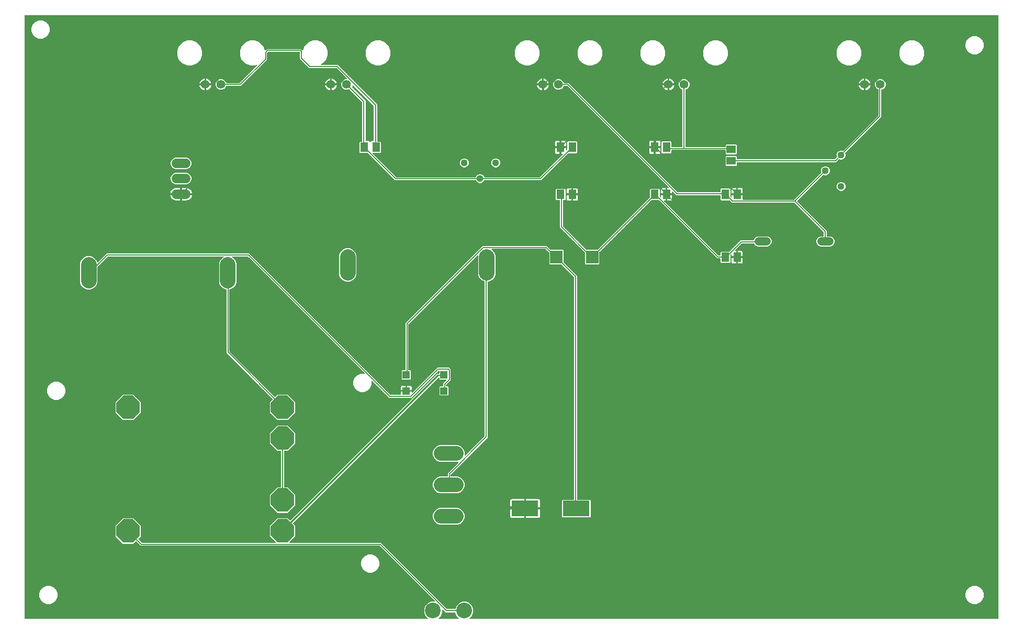
<source format=gbr>
G04 EAGLE Gerber RS-274X export*
G75*
%MOMM*%
%FSLAX34Y34*%
%LPD*%
%INTop Copper*%
%IPPOS*%
%AMOC8*
5,1,8,0,0,1.08239X$1,22.5*%
G01*
%ADD10R,1.200000X1.200000*%
%ADD11R,1.300000X1.500000*%
%ADD12R,1.500000X1.300000*%
%ADD13R,4.300000X2.500000*%
%ADD14C,1.320800*%
%ADD15C,2.540000*%
%ADD16R,2.000000X2.100000*%
%ADD17R,1.300000X1.600000*%
%ADD18C,1.117600*%
%ADD19C,2.400300*%
%ADD20C,2.540000*%
%ADD21C,1.524000*%
%ADD22P,4.123906X8X22.500000*%
%ADD23C,1.408000*%
%ADD24C,0.152400*%
%ADD25C,0.304800*%

G36*
X629381Y379217D02*
X629381Y379217D01*
X629398Y379226D01*
X629418Y379230D01*
X629507Y379283D01*
X629598Y379332D01*
X629612Y379346D01*
X629629Y379356D01*
X629696Y379435D01*
X629767Y379510D01*
X629776Y379528D01*
X629789Y379543D01*
X629828Y379639D01*
X629871Y379733D01*
X629873Y379753D01*
X629881Y379771D01*
X629899Y379938D01*
X629899Y380701D01*
X629901Y380701D01*
X629901Y379938D01*
X629904Y379918D01*
X629902Y379899D01*
X629924Y379797D01*
X629941Y379695D01*
X629950Y379678D01*
X629954Y379658D01*
X630007Y379569D01*
X630056Y379478D01*
X630070Y379464D01*
X630080Y379447D01*
X630159Y379380D01*
X630234Y379309D01*
X630252Y379300D01*
X630267Y379287D01*
X630363Y379248D01*
X630457Y379205D01*
X630477Y379203D01*
X630495Y379195D01*
X630662Y379177D01*
X638441Y379177D01*
X638441Y378336D01*
X638452Y378266D01*
X638454Y378194D01*
X638472Y378145D01*
X638480Y378094D01*
X638514Y378030D01*
X638539Y377963D01*
X638571Y377922D01*
X638596Y377876D01*
X638648Y377827D01*
X638692Y377771D01*
X638736Y377743D01*
X638774Y377707D01*
X638839Y377677D01*
X638899Y377638D01*
X638950Y377625D01*
X638997Y377603D01*
X639068Y377595D01*
X639138Y377578D01*
X639190Y377582D01*
X639241Y377576D01*
X639312Y377591D01*
X639383Y377597D01*
X639431Y377617D01*
X639482Y377628D01*
X639543Y377665D01*
X639609Y377693D01*
X639665Y377738D01*
X639693Y377755D01*
X639708Y377772D01*
X639740Y377798D01*
X680281Y418339D01*
X698939Y418339D01*
X701803Y415475D01*
X701803Y398341D01*
X694406Y390944D01*
X694353Y390870D01*
X694293Y390800D01*
X694281Y390770D01*
X694262Y390744D01*
X694235Y390657D01*
X694201Y390572D01*
X694197Y390531D01*
X694190Y390509D01*
X694191Y390477D01*
X694183Y390405D01*
X694183Y388986D01*
X694186Y388966D01*
X694184Y388947D01*
X694206Y388845D01*
X694222Y388743D01*
X694232Y388726D01*
X694236Y388706D01*
X694289Y388617D01*
X694338Y388526D01*
X694352Y388512D01*
X694362Y388495D01*
X694441Y388428D01*
X694516Y388356D01*
X694534Y388348D01*
X694549Y388335D01*
X694645Y388296D01*
X694739Y388253D01*
X694759Y388251D01*
X694777Y388243D01*
X694944Y388225D01*
X697532Y388225D01*
X698425Y387332D01*
X698425Y374068D01*
X697532Y373175D01*
X684268Y373175D01*
X683375Y374068D01*
X683375Y387332D01*
X684268Y388225D01*
X688848Y388225D01*
X688868Y388228D01*
X688887Y388226D01*
X688989Y388248D01*
X689091Y388264D01*
X689108Y388274D01*
X689128Y388278D01*
X689217Y388331D01*
X689308Y388380D01*
X689322Y388394D01*
X689339Y388404D01*
X689406Y388483D01*
X689478Y388558D01*
X689486Y388576D01*
X689499Y388591D01*
X689538Y388687D01*
X689581Y388781D01*
X689583Y388801D01*
X689591Y388819D01*
X689609Y388986D01*
X689609Y392615D01*
X694870Y397876D01*
X694912Y397934D01*
X694961Y397986D01*
X694983Y398033D01*
X695013Y398075D01*
X695034Y398144D01*
X695065Y398209D01*
X695070Y398261D01*
X695086Y398311D01*
X695084Y398382D01*
X695092Y398453D01*
X695081Y398504D01*
X695079Y398556D01*
X695055Y398624D01*
X695040Y398694D01*
X695013Y398739D01*
X694995Y398787D01*
X694950Y398843D01*
X694913Y398905D01*
X694874Y398939D01*
X694841Y398979D01*
X694781Y399018D01*
X694726Y399065D01*
X694678Y399084D01*
X694634Y399112D01*
X694565Y399130D01*
X694498Y399157D01*
X694427Y399165D01*
X694396Y399173D01*
X694372Y399171D01*
X694332Y399175D01*
X684268Y399175D01*
X683375Y400068D01*
X683375Y401382D01*
X683364Y401453D01*
X683362Y401524D01*
X683344Y401573D01*
X683336Y401625D01*
X683302Y401688D01*
X683277Y401755D01*
X683245Y401796D01*
X683220Y401842D01*
X683169Y401891D01*
X683124Y401947D01*
X683080Y401976D01*
X683042Y402011D01*
X682977Y402042D01*
X682917Y402080D01*
X682866Y402093D01*
X682819Y402115D01*
X682748Y402123D01*
X682678Y402140D01*
X682626Y402136D01*
X682575Y402142D01*
X682504Y402127D01*
X682433Y402121D01*
X682385Y402101D01*
X682334Y402090D01*
X682273Y402053D01*
X682207Y402025D01*
X682151Y401980D01*
X682123Y401964D01*
X682108Y401946D01*
X682076Y401920D01*
X447011Y166855D01*
X446999Y166839D01*
X446983Y166826D01*
X446927Y166739D01*
X446867Y166655D01*
X446861Y166636D01*
X446850Y166619D01*
X446825Y166519D01*
X446795Y166420D01*
X446795Y166400D01*
X446790Y166381D01*
X446798Y166278D01*
X446801Y166174D01*
X446808Y166156D01*
X446809Y166136D01*
X446850Y166041D01*
X446885Y165943D01*
X446898Y165928D01*
X446906Y165909D01*
X447011Y165778D01*
X450343Y162446D01*
X450343Y145402D01*
X441115Y136174D01*
X441073Y136116D01*
X441024Y136064D01*
X441002Y136017D01*
X440972Y135975D01*
X440951Y135906D01*
X440920Y135841D01*
X440915Y135789D01*
X440899Y135739D01*
X440901Y135668D01*
X440893Y135597D01*
X440904Y135546D01*
X440906Y135494D01*
X440930Y135426D01*
X440946Y135356D01*
X440972Y135311D01*
X440990Y135263D01*
X441035Y135207D01*
X441072Y135145D01*
X441111Y135111D01*
X441144Y135071D01*
X441204Y135032D01*
X441259Y134985D01*
X441307Y134966D01*
X441351Y134938D01*
X441420Y134920D01*
X441487Y134893D01*
X441558Y134885D01*
X441589Y134877D01*
X441613Y134879D01*
X441654Y134875D01*
X589211Y134875D01*
X695668Y28418D01*
X695742Y28365D01*
X695812Y28305D01*
X695842Y28293D01*
X695868Y28274D01*
X695955Y28247D01*
X696040Y28213D01*
X696081Y28209D01*
X696103Y28202D01*
X696135Y28203D01*
X696207Y28195D01*
X709152Y28195D01*
X709267Y28214D01*
X709383Y28231D01*
X709389Y28233D01*
X709395Y28234D01*
X709498Y28289D01*
X709602Y28342D01*
X709607Y28347D01*
X709612Y28350D01*
X709692Y28434D01*
X709775Y28518D01*
X709778Y28524D01*
X709782Y28528D01*
X709790Y28545D01*
X709856Y28665D01*
X711841Y33458D01*
X715842Y37459D01*
X721071Y39625D01*
X726729Y39625D01*
X731958Y37459D01*
X735959Y33458D01*
X738125Y28229D01*
X738125Y22571D01*
X735959Y17342D01*
X731855Y13238D01*
X731813Y13180D01*
X731764Y13128D01*
X731742Y13081D01*
X731712Y13039D01*
X731690Y12970D01*
X731660Y12905D01*
X731655Y12853D01*
X731639Y12803D01*
X731641Y12732D01*
X731633Y12661D01*
X731644Y12610D01*
X731646Y12558D01*
X731670Y12490D01*
X731685Y12420D01*
X731712Y12376D01*
X731730Y12327D01*
X731775Y12271D01*
X731812Y12209D01*
X731851Y12175D01*
X731884Y12135D01*
X731944Y12096D01*
X731999Y12049D01*
X732047Y12030D01*
X732091Y12002D01*
X732160Y11984D01*
X732227Y11957D01*
X732298Y11949D01*
X732329Y11941D01*
X732352Y11943D01*
X732393Y11939D01*
X1587500Y11939D01*
X1587520Y11942D01*
X1587539Y11940D01*
X1587641Y11962D01*
X1587743Y11979D01*
X1587760Y11988D01*
X1587780Y11992D01*
X1587869Y12045D01*
X1587960Y12094D01*
X1587974Y12108D01*
X1587991Y12118D01*
X1588058Y12197D01*
X1588130Y12272D01*
X1588138Y12290D01*
X1588151Y12305D01*
X1588190Y12401D01*
X1588233Y12495D01*
X1588235Y12515D01*
X1588243Y12533D01*
X1588261Y12700D01*
X1588261Y987808D01*
X1588258Y987828D01*
X1588260Y987847D01*
X1588238Y987949D01*
X1588221Y988051D01*
X1588212Y988068D01*
X1588208Y988088D01*
X1588155Y988177D01*
X1588106Y988268D01*
X1588092Y988282D01*
X1588082Y988299D01*
X1588003Y988366D01*
X1587928Y988438D01*
X1587910Y988446D01*
X1587895Y988459D01*
X1587799Y988498D01*
X1587705Y988541D01*
X1587685Y988543D01*
X1587667Y988551D01*
X1587500Y988569D01*
X12700Y988569D01*
X12680Y988566D01*
X12661Y988568D01*
X12559Y988546D01*
X12457Y988530D01*
X12440Y988520D01*
X12420Y988516D01*
X12331Y988463D01*
X12240Y988414D01*
X12226Y988400D01*
X12209Y988390D01*
X12142Y988311D01*
X12070Y988236D01*
X12062Y988218D01*
X12049Y988203D01*
X12010Y988107D01*
X11967Y988013D01*
X11965Y987993D01*
X11957Y987975D01*
X11939Y987808D01*
X11939Y12700D01*
X11942Y12680D01*
X11940Y12661D01*
X11962Y12559D01*
X11979Y12457D01*
X11988Y12440D01*
X11992Y12420D01*
X12045Y12331D01*
X12094Y12240D01*
X12108Y12226D01*
X12118Y12209D01*
X12197Y12142D01*
X12272Y12071D01*
X12290Y12062D01*
X12305Y12049D01*
X12401Y12010D01*
X12495Y11967D01*
X12515Y11965D01*
X12533Y11957D01*
X12700Y11939D01*
X664607Y11939D01*
X664677Y11950D01*
X664749Y11952D01*
X664798Y11970D01*
X664849Y11979D01*
X664913Y12012D01*
X664980Y12037D01*
X665021Y12069D01*
X665067Y12094D01*
X665116Y12146D01*
X665172Y12190D01*
X665200Y12234D01*
X665236Y12272D01*
X665266Y12337D01*
X665305Y12397D01*
X665318Y12448D01*
X665340Y12495D01*
X665348Y12566D01*
X665365Y12636D01*
X665361Y12688D01*
X665367Y12739D01*
X665352Y12810D01*
X665346Y12881D01*
X665326Y12929D01*
X665315Y12980D01*
X665278Y13041D01*
X665250Y13107D01*
X665205Y13163D01*
X665188Y13191D01*
X665171Y13206D01*
X665145Y13238D01*
X661041Y17342D01*
X658875Y22571D01*
X658875Y28229D01*
X661041Y33458D01*
X665042Y37459D01*
X670271Y39625D01*
X675939Y39625D01*
X676012Y39608D01*
X676105Y39579D01*
X676131Y39580D01*
X676156Y39574D01*
X676253Y39583D01*
X676351Y39585D01*
X676375Y39594D01*
X676401Y39597D01*
X676490Y39636D01*
X676582Y39670D01*
X676602Y39686D01*
X676626Y39697D01*
X676698Y39763D01*
X676774Y39824D01*
X676788Y39846D01*
X676807Y39863D01*
X676854Y39948D01*
X676907Y40030D01*
X676913Y40056D01*
X676926Y40079D01*
X676943Y40174D01*
X676967Y40269D01*
X676965Y40295D01*
X676969Y40321D01*
X676955Y40417D01*
X676948Y40514D01*
X676938Y40538D01*
X676934Y40564D01*
X676889Y40651D01*
X676851Y40741D01*
X676831Y40766D01*
X676822Y40783D01*
X676799Y40807D01*
X676747Y40871D01*
X587540Y130078D01*
X587466Y130131D01*
X587396Y130191D01*
X587366Y130203D01*
X587340Y130222D01*
X587253Y130249D01*
X587168Y130283D01*
X587127Y130287D01*
X587105Y130294D01*
X587073Y130293D01*
X587001Y130301D01*
X200221Y130301D01*
X193302Y137220D01*
X193286Y137232D01*
X193273Y137247D01*
X193186Y137303D01*
X193102Y137364D01*
X193083Y137370D01*
X193066Y137380D01*
X192966Y137406D01*
X192867Y137436D01*
X192847Y137436D01*
X192828Y137440D01*
X192725Y137432D01*
X192621Y137430D01*
X192602Y137423D01*
X192583Y137421D01*
X192488Y137381D01*
X192390Y137345D01*
X192374Y137333D01*
X192356Y137325D01*
X192225Y137220D01*
X188354Y133349D01*
X171310Y133349D01*
X159257Y145402D01*
X159257Y162446D01*
X171310Y174499D01*
X188354Y174499D01*
X200407Y162446D01*
X200407Y145402D01*
X196536Y141531D01*
X196524Y141515D01*
X196509Y141502D01*
X196452Y141415D01*
X196392Y141331D01*
X196386Y141312D01*
X196376Y141295D01*
X196350Y141195D01*
X196320Y141096D01*
X196320Y141076D01*
X196316Y141057D01*
X196324Y140954D01*
X196326Y140850D01*
X196333Y140831D01*
X196335Y140811D01*
X196375Y140717D01*
X196411Y140619D01*
X196423Y140603D01*
X196431Y140585D01*
X196536Y140454D01*
X201892Y135098D01*
X201966Y135045D01*
X202036Y134985D01*
X202066Y134973D01*
X202092Y134954D01*
X202179Y134927D01*
X202264Y134893D01*
X202305Y134889D01*
X202327Y134882D01*
X202359Y134883D01*
X202431Y134875D01*
X417882Y134875D01*
X417953Y134886D01*
X418025Y134888D01*
X418074Y134906D01*
X418125Y134914D01*
X418189Y134948D01*
X418256Y134973D01*
X418297Y135005D01*
X418343Y135030D01*
X418392Y135082D01*
X418448Y135126D01*
X418476Y135170D01*
X418512Y135208D01*
X418542Y135273D01*
X418581Y135333D01*
X418594Y135384D01*
X418616Y135431D01*
X418623Y135502D01*
X418641Y135572D01*
X418637Y135624D01*
X418643Y135675D01*
X418627Y135746D01*
X418622Y135817D01*
X418601Y135865D01*
X418590Y135916D01*
X418554Y135977D01*
X418526Y136043D01*
X418481Y136099D01*
X418464Y136127D01*
X418446Y136142D01*
X418421Y136174D01*
X409193Y145402D01*
X409193Y162446D01*
X421246Y174499D01*
X438290Y174499D01*
X441622Y171167D01*
X441639Y171155D01*
X441651Y171139D01*
X441738Y171083D01*
X441822Y171023D01*
X441841Y171017D01*
X441858Y171006D01*
X441958Y170981D01*
X442057Y170951D01*
X442077Y170951D01*
X442097Y170946D01*
X442199Y170954D01*
X442303Y170957D01*
X442322Y170964D01*
X442342Y170965D01*
X442437Y171006D01*
X442534Y171041D01*
X442550Y171054D01*
X442568Y171062D01*
X442699Y171167D01*
X679965Y408433D01*
X682614Y408433D01*
X682634Y408436D01*
X682653Y408434D01*
X682755Y408456D01*
X682857Y408472D01*
X682874Y408482D01*
X682894Y408486D01*
X682983Y408539D01*
X683074Y408588D01*
X683088Y408602D01*
X683105Y408612D01*
X683172Y408691D01*
X683244Y408766D01*
X683252Y408784D01*
X683265Y408799D01*
X683304Y408895D01*
X683347Y408989D01*
X683349Y409009D01*
X683357Y409027D01*
X683375Y409194D01*
X683375Y413004D01*
X683372Y413024D01*
X683374Y413043D01*
X683352Y413145D01*
X683336Y413247D01*
X683326Y413264D01*
X683322Y413284D01*
X683269Y413373D01*
X683220Y413464D01*
X683206Y413478D01*
X683196Y413495D01*
X683117Y413562D01*
X683042Y413634D01*
X683024Y413642D01*
X683009Y413655D01*
X682913Y413694D01*
X682819Y413737D01*
X682799Y413739D01*
X682781Y413747D01*
X682614Y413765D01*
X682491Y413765D01*
X682400Y413751D01*
X682310Y413743D01*
X682280Y413731D01*
X682248Y413726D01*
X682167Y413683D01*
X682083Y413647D01*
X682051Y413621D01*
X682030Y413610D01*
X682008Y413587D01*
X681952Y413542D01*
X637979Y369569D01*
X602557Y369569D01*
X574718Y397408D01*
X574639Y397465D01*
X574564Y397527D01*
X574539Y397537D01*
X574518Y397552D01*
X574425Y397580D01*
X574334Y397615D01*
X574308Y397616D01*
X574283Y397624D01*
X574186Y397622D01*
X574088Y397626D01*
X574063Y397618D01*
X574037Y397618D01*
X573946Y397584D01*
X573852Y397557D01*
X573831Y397542D01*
X573806Y397533D01*
X573730Y397472D01*
X573650Y397417D01*
X573635Y397396D01*
X573614Y397380D01*
X573561Y397298D01*
X573503Y397219D01*
X573495Y397195D01*
X573481Y397173D01*
X573457Y397078D01*
X573427Y396986D01*
X573427Y396959D01*
X573421Y396934D01*
X573429Y396837D01*
X573430Y396740D01*
X573439Y396708D01*
X573440Y396689D01*
X573453Y396659D01*
X573461Y396632D01*
X573461Y390784D01*
X571229Y385395D01*
X567105Y381271D01*
X561716Y379039D01*
X555884Y379039D01*
X550495Y381271D01*
X546371Y385395D01*
X544139Y390784D01*
X544139Y396616D01*
X546371Y402005D01*
X550495Y406129D01*
X555884Y408361D01*
X561745Y408361D01*
X561773Y408354D01*
X561866Y408325D01*
X561893Y408326D01*
X561918Y408320D01*
X562015Y408329D01*
X562112Y408332D01*
X562137Y408341D01*
X562163Y408343D01*
X562252Y408383D01*
X562343Y408416D01*
X562364Y408433D01*
X562388Y408443D01*
X562459Y408509D01*
X562535Y408570D01*
X562550Y408592D01*
X562569Y408610D01*
X562616Y408695D01*
X562668Y408777D01*
X562675Y408802D01*
X562687Y408825D01*
X562705Y408921D01*
X562728Y409015D01*
X562726Y409041D01*
X562731Y409067D01*
X562717Y409164D01*
X562709Y409261D01*
X562699Y409285D01*
X562695Y409310D01*
X562651Y409397D01*
X562613Y409487D01*
X562593Y409512D01*
X562584Y409530D01*
X562560Y409553D01*
X562508Y409618D01*
X374180Y597946D01*
X374106Y597999D01*
X374036Y598059D01*
X374006Y598071D01*
X373980Y598090D01*
X373893Y598117D01*
X373808Y598151D01*
X373767Y598155D01*
X373745Y598162D01*
X373713Y598161D01*
X373641Y598169D01*
X348395Y598169D01*
X348299Y598154D01*
X348202Y598144D01*
X348178Y598134D01*
X348153Y598130D01*
X348067Y598084D01*
X347977Y598044D01*
X347958Y598027D01*
X347935Y598014D01*
X347868Y597944D01*
X347796Y597878D01*
X347784Y597855D01*
X347766Y597836D01*
X347725Y597748D01*
X347678Y597662D01*
X347673Y597637D01*
X347662Y597613D01*
X347651Y597516D01*
X347634Y597420D01*
X347638Y597394D01*
X347635Y597369D01*
X347656Y597273D01*
X347670Y597177D01*
X347682Y597154D01*
X347687Y597128D01*
X347737Y597045D01*
X347781Y596958D01*
X347800Y596939D01*
X347813Y596917D01*
X347888Y596854D01*
X347957Y596786D01*
X347986Y596770D01*
X348000Y596757D01*
X348031Y596745D01*
X348104Y596705D01*
X349180Y596259D01*
X353181Y592258D01*
X355347Y587029D01*
X355347Y555971D01*
X353181Y550742D01*
X349180Y546741D01*
X344133Y544650D01*
X344033Y544589D01*
X343933Y544529D01*
X343929Y544524D01*
X343924Y544521D01*
X343849Y544431D01*
X343773Y544342D01*
X343771Y544336D01*
X343767Y544331D01*
X343725Y544223D01*
X343681Y544114D01*
X343680Y544106D01*
X343679Y544102D01*
X343678Y544083D01*
X343663Y543947D01*
X343663Y444747D01*
X343677Y444656D01*
X343685Y444566D01*
X343697Y444536D01*
X343702Y444504D01*
X343745Y444423D01*
X343781Y444339D01*
X343807Y444307D01*
X343818Y444286D01*
X343841Y444264D01*
X343886Y444208D01*
X416806Y371288D01*
X416822Y371276D01*
X416835Y371261D01*
X416922Y371204D01*
X417006Y371144D01*
X417025Y371138D01*
X417042Y371128D01*
X417142Y371102D01*
X417241Y371072D01*
X417261Y371072D01*
X417280Y371068D01*
X417383Y371076D01*
X417487Y371078D01*
X417506Y371085D01*
X417525Y371087D01*
X417620Y371127D01*
X417718Y371163D01*
X417734Y371175D01*
X417752Y371183D01*
X417883Y371288D01*
X421246Y374651D01*
X438290Y374651D01*
X450343Y362598D01*
X450343Y345554D01*
X438290Y333501D01*
X421246Y333501D01*
X409193Y345554D01*
X409193Y362598D01*
X413572Y366977D01*
X413584Y366993D01*
X413599Y367006D01*
X413656Y367093D01*
X413716Y367177D01*
X413722Y367196D01*
X413732Y367213D01*
X413758Y367313D01*
X413788Y367412D01*
X413788Y367432D01*
X413792Y367451D01*
X413784Y367554D01*
X413782Y367658D01*
X413775Y367677D01*
X413773Y367697D01*
X413733Y367791D01*
X413697Y367889D01*
X413685Y367905D01*
X413677Y367923D01*
X413572Y368054D01*
X339089Y442537D01*
X339089Y543814D01*
X339086Y543834D01*
X339088Y543853D01*
X339066Y543955D01*
X339050Y544057D01*
X339040Y544074D01*
X339036Y544094D01*
X338983Y544183D01*
X338934Y544274D01*
X338920Y544288D01*
X338910Y544305D01*
X338831Y544372D01*
X338756Y544444D01*
X338738Y544452D01*
X338723Y544465D01*
X338627Y544504D01*
X338533Y544547D01*
X338513Y544549D01*
X338495Y544557D01*
X338328Y544575D01*
X338293Y544575D01*
X333064Y546741D01*
X329063Y550742D01*
X326897Y555971D01*
X326897Y587029D01*
X329063Y592258D01*
X333064Y596259D01*
X334140Y596705D01*
X334223Y596756D01*
X334309Y596802D01*
X334327Y596821D01*
X334349Y596834D01*
X334411Y596909D01*
X334478Y596980D01*
X334489Y597004D01*
X334506Y597024D01*
X334541Y597115D01*
X334582Y597203D01*
X334585Y597229D01*
X334594Y597253D01*
X334598Y597351D01*
X334609Y597447D01*
X334603Y597473D01*
X334605Y597499D01*
X334577Y597593D01*
X334557Y597688D01*
X334543Y597710D01*
X334536Y597735D01*
X334480Y597815D01*
X334431Y597899D01*
X334411Y597916D01*
X334396Y597937D01*
X334318Y597996D01*
X334244Y598059D01*
X334219Y598069D01*
X334198Y598084D01*
X334106Y598114D01*
X334015Y598151D01*
X333983Y598154D01*
X333964Y598160D01*
X333931Y598160D01*
X333849Y598169D01*
X147567Y598169D01*
X147476Y598155D01*
X147386Y598147D01*
X147356Y598135D01*
X147324Y598130D01*
X147243Y598087D01*
X147159Y598051D01*
X147127Y598025D01*
X147106Y598014D01*
X147084Y597991D01*
X147028Y597946D01*
X130526Y581444D01*
X130473Y581370D01*
X130413Y581300D01*
X130401Y581270D01*
X130382Y581244D01*
X130355Y581157D01*
X130321Y581072D01*
X130317Y581031D01*
X130310Y581009D01*
X130311Y580977D01*
X130303Y580906D01*
X130303Y555971D01*
X128137Y550742D01*
X124136Y546741D01*
X118907Y544575D01*
X113249Y544575D01*
X108020Y546741D01*
X104019Y550742D01*
X101853Y555971D01*
X101853Y587029D01*
X104019Y592258D01*
X108020Y596259D01*
X113249Y598425D01*
X118907Y598425D01*
X124136Y596259D01*
X128137Y592258D01*
X129674Y588548D01*
X129698Y588509D01*
X129714Y588466D01*
X129762Y588405D01*
X129803Y588339D01*
X129839Y588310D01*
X129867Y588274D01*
X129933Y588232D01*
X129993Y588182D01*
X130036Y588166D01*
X130074Y588141D01*
X130150Y588122D01*
X130222Y588094D01*
X130268Y588092D01*
X130313Y588081D01*
X130390Y588087D01*
X130468Y588084D01*
X130512Y588096D01*
X130558Y588100D01*
X130630Y588130D01*
X130704Y588152D01*
X130742Y588178D01*
X130784Y588196D01*
X130891Y588282D01*
X130906Y588292D01*
X130909Y588297D01*
X130915Y588301D01*
X145357Y602743D01*
X375851Y602743D01*
X604228Y374366D01*
X604302Y374313D01*
X604372Y374253D01*
X604402Y374241D01*
X604428Y374222D01*
X604515Y374195D01*
X604600Y374161D01*
X604641Y374157D01*
X604663Y374150D01*
X604695Y374151D01*
X604767Y374143D01*
X620598Y374143D01*
X620618Y374146D01*
X620637Y374144D01*
X620739Y374166D01*
X620841Y374182D01*
X620858Y374192D01*
X620878Y374196D01*
X620967Y374249D01*
X621058Y374298D01*
X621072Y374312D01*
X621089Y374322D01*
X621156Y374401D01*
X621228Y374476D01*
X621236Y374494D01*
X621249Y374509D01*
X621288Y374605D01*
X621331Y374699D01*
X621333Y374719D01*
X621341Y374737D01*
X621359Y374904D01*
X621359Y379177D01*
X629138Y379177D01*
X629158Y379180D01*
X629177Y379178D01*
X629279Y379200D01*
X629381Y379217D01*
G37*
%LPC*%
G36*
X882968Y176475D02*
X882968Y176475D01*
X882075Y177368D01*
X882075Y203632D01*
X882968Y204525D01*
X900684Y204525D01*
X900704Y204528D01*
X900723Y204526D01*
X900825Y204548D01*
X900927Y204564D01*
X900944Y204574D01*
X900964Y204578D01*
X901053Y204631D01*
X901144Y204680D01*
X901158Y204694D01*
X901175Y204704D01*
X901242Y204783D01*
X901314Y204858D01*
X901322Y204876D01*
X901335Y204891D01*
X901374Y204987D01*
X901417Y205081D01*
X901419Y205101D01*
X901427Y205119D01*
X901445Y205286D01*
X901445Y564141D01*
X901431Y564232D01*
X901423Y564322D01*
X901411Y564352D01*
X901406Y564384D01*
X901363Y564465D01*
X901327Y564549D01*
X901301Y564581D01*
X901290Y564602D01*
X901267Y564624D01*
X901222Y564680D01*
X881250Y584652D01*
X881176Y584705D01*
X881106Y584765D01*
X881076Y584777D01*
X881050Y584796D01*
X880963Y584823D01*
X880878Y584857D01*
X880837Y584861D01*
X880815Y584868D01*
X880783Y584867D01*
X880711Y584875D01*
X862108Y584875D01*
X861215Y585768D01*
X861215Y604371D01*
X861201Y604462D01*
X861193Y604552D01*
X861181Y604582D01*
X861176Y604614D01*
X861133Y604695D01*
X861097Y604779D01*
X861071Y604811D01*
X861060Y604832D01*
X861037Y604854D01*
X860992Y604910D01*
X855764Y610138D01*
X855690Y610191D01*
X855620Y610251D01*
X855590Y610263D01*
X855564Y610282D01*
X855477Y610309D01*
X855392Y610343D01*
X855351Y610347D01*
X855329Y610354D01*
X855297Y610353D01*
X855225Y610361D01*
X768715Y610361D01*
X768645Y610350D01*
X768573Y610348D01*
X768524Y610330D01*
X768473Y610322D01*
X768409Y610288D01*
X768342Y610263D01*
X768301Y610231D01*
X768255Y610206D01*
X768206Y610154D01*
X768150Y610110D01*
X768122Y610066D01*
X768086Y610028D01*
X768056Y609963D01*
X768017Y609903D01*
X768004Y609852D01*
X767982Y609805D01*
X767974Y609734D01*
X767957Y609664D01*
X767961Y609612D01*
X767955Y609561D01*
X767970Y609490D01*
X767976Y609419D01*
X767996Y609371D01*
X768007Y609320D01*
X768044Y609259D01*
X768072Y609193D01*
X768117Y609137D01*
X768134Y609109D01*
X768151Y609094D01*
X768177Y609062D01*
X772281Y604958D01*
X774447Y599729D01*
X774447Y568671D01*
X772281Y563442D01*
X768280Y559441D01*
X763051Y557275D01*
X762000Y557275D01*
X761980Y557272D01*
X761961Y557274D01*
X761859Y557252D01*
X761757Y557236D01*
X761740Y557226D01*
X761720Y557222D01*
X761631Y557169D01*
X761540Y557120D01*
X761526Y557106D01*
X761509Y557096D01*
X761442Y557017D01*
X761370Y556942D01*
X761362Y556924D01*
X761349Y556909D01*
X761310Y556813D01*
X761267Y556719D01*
X761265Y556699D01*
X761257Y556681D01*
X761239Y556514D01*
X761239Y305377D01*
X702026Y246164D01*
X701981Y246102D01*
X701952Y246071D01*
X701946Y246059D01*
X701913Y246020D01*
X701901Y245990D01*
X701882Y245964D01*
X701855Y245877D01*
X701821Y245792D01*
X701817Y245751D01*
X701810Y245729D01*
X701811Y245697D01*
X701803Y245625D01*
X701803Y242887D01*
X701806Y242868D01*
X701804Y242848D01*
X701826Y242747D01*
X701842Y242645D01*
X701852Y242627D01*
X701856Y242608D01*
X701909Y242519D01*
X701958Y242427D01*
X701972Y242414D01*
X701982Y242397D01*
X702061Y242329D01*
X702136Y242258D01*
X702154Y242250D01*
X702169Y242237D01*
X702265Y242198D01*
X702359Y242154D01*
X702379Y242152D01*
X702397Y242145D01*
X702564Y242126D01*
X713192Y242126D01*
X718164Y240067D01*
X721968Y236262D01*
X724028Y231291D01*
X724028Y225909D01*
X721968Y220938D01*
X718164Y217133D01*
X713192Y215074D01*
X683808Y215074D01*
X678836Y217133D01*
X675032Y220938D01*
X672972Y225909D01*
X672972Y231291D01*
X675032Y236262D01*
X678836Y240067D01*
X683808Y242126D01*
X696468Y242126D01*
X696488Y242129D01*
X696507Y242127D01*
X696609Y242149D01*
X696711Y242166D01*
X696728Y242175D01*
X696748Y242180D01*
X696837Y242233D01*
X696928Y242281D01*
X696942Y242295D01*
X696959Y242306D01*
X697026Y242384D01*
X697098Y242459D01*
X697106Y242477D01*
X697119Y242493D01*
X697158Y242589D01*
X697201Y242682D01*
X697203Y242702D01*
X697211Y242721D01*
X697229Y242887D01*
X697229Y247835D01*
X714030Y264635D01*
X714086Y264714D01*
X714149Y264790D01*
X714158Y264814D01*
X714173Y264835D01*
X714202Y264928D01*
X714237Y265019D01*
X714238Y265045D01*
X714245Y265070D01*
X714243Y265168D01*
X714247Y265265D01*
X714240Y265290D01*
X714239Y265316D01*
X714206Y265408D01*
X714179Y265501D01*
X714164Y265523D01*
X714155Y265547D01*
X714094Y265623D01*
X714038Y265703D01*
X714017Y265719D01*
X714001Y265739D01*
X713919Y265792D01*
X713841Y265850D01*
X713816Y265858D01*
X713794Y265872D01*
X713700Y265896D01*
X713607Y265926D01*
X713581Y265926D01*
X713556Y265932D01*
X713458Y265925D01*
X713361Y265924D01*
X713330Y265915D01*
X713310Y265913D01*
X713280Y265900D01*
X713200Y265877D01*
X713192Y265874D01*
X683808Y265874D01*
X678836Y267933D01*
X675032Y271738D01*
X672972Y276709D01*
X672972Y282091D01*
X675032Y287062D01*
X678836Y290867D01*
X683808Y292926D01*
X713192Y292926D01*
X718164Y290867D01*
X721968Y287062D01*
X724028Y282091D01*
X724028Y276709D01*
X724024Y276702D01*
X724002Y276607D01*
X723974Y276514D01*
X723974Y276488D01*
X723968Y276462D01*
X723977Y276365D01*
X723980Y276268D01*
X723989Y276243D01*
X723991Y276217D01*
X724031Y276128D01*
X724064Y276037D01*
X724081Y276016D01*
X724091Y275993D01*
X724157Y275921D01*
X724218Y275845D01*
X724240Y275831D01*
X724258Y275811D01*
X724343Y275764D01*
X724425Y275712D01*
X724450Y275705D01*
X724473Y275693D01*
X724569Y275675D01*
X724664Y275652D01*
X724689Y275654D01*
X724715Y275649D01*
X724812Y275663D01*
X724909Y275671D01*
X724933Y275681D01*
X724959Y275685D01*
X725046Y275729D01*
X725135Y275767D01*
X725160Y275787D01*
X725178Y275796D01*
X725201Y275820D01*
X725266Y275872D01*
X756442Y307048D01*
X756495Y307122D01*
X756555Y307192D01*
X756567Y307222D01*
X756586Y307248D01*
X756613Y307335D01*
X756647Y307420D01*
X756651Y307461D01*
X756658Y307483D01*
X756657Y307515D01*
X756665Y307587D01*
X756665Y557068D01*
X756646Y557183D01*
X756629Y557299D01*
X756627Y557304D01*
X756626Y557311D01*
X756571Y557413D01*
X756518Y557518D01*
X756513Y557522D01*
X756510Y557528D01*
X756426Y557608D01*
X756342Y557690D01*
X756336Y557694D01*
X756332Y557697D01*
X756315Y557705D01*
X756195Y557771D01*
X752164Y559441D01*
X748163Y563442D01*
X745997Y568671D01*
X745997Y599194D01*
X745986Y599264D01*
X745984Y599336D01*
X745966Y599385D01*
X745958Y599436D01*
X745924Y599500D01*
X745899Y599567D01*
X745867Y599608D01*
X745842Y599654D01*
X745790Y599703D01*
X745746Y599759D01*
X745702Y599787D01*
X745664Y599823D01*
X745599Y599853D01*
X745539Y599892D01*
X745488Y599905D01*
X745441Y599927D01*
X745370Y599935D01*
X745300Y599952D01*
X745248Y599948D01*
X745197Y599954D01*
X745126Y599939D01*
X745055Y599933D01*
X745007Y599913D01*
X744956Y599902D01*
X744895Y599865D01*
X744829Y599837D01*
X744773Y599792D01*
X744745Y599775D01*
X744730Y599758D01*
X744698Y599732D01*
X633446Y488480D01*
X633393Y488406D01*
X633333Y488336D01*
X633321Y488306D01*
X633302Y488280D01*
X633275Y488193D01*
X633241Y488108D01*
X633237Y488067D01*
X633230Y488045D01*
X633231Y488013D01*
X633223Y487941D01*
X633223Y414986D01*
X633226Y414966D01*
X633224Y414947D01*
X633246Y414845D01*
X633262Y414743D01*
X633272Y414726D01*
X633276Y414706D01*
X633329Y414617D01*
X633378Y414526D01*
X633392Y414512D01*
X633402Y414495D01*
X633481Y414428D01*
X633556Y414356D01*
X633574Y414348D01*
X633589Y414335D01*
X633685Y414296D01*
X633779Y414253D01*
X633799Y414251D01*
X633817Y414243D01*
X633984Y414225D01*
X636532Y414225D01*
X637425Y413332D01*
X637425Y400068D01*
X636532Y399175D01*
X623268Y399175D01*
X622375Y400068D01*
X622375Y413332D01*
X623268Y414225D01*
X627888Y414225D01*
X627908Y414228D01*
X627927Y414226D01*
X628029Y414248D01*
X628131Y414264D01*
X628148Y414274D01*
X628168Y414278D01*
X628257Y414331D01*
X628348Y414380D01*
X628362Y414394D01*
X628379Y414404D01*
X628446Y414483D01*
X628518Y414558D01*
X628526Y414576D01*
X628539Y414591D01*
X628578Y414687D01*
X628621Y414781D01*
X628623Y414801D01*
X628631Y414819D01*
X628649Y414986D01*
X628649Y490151D01*
X753433Y614935D01*
X857435Y614935D01*
X863222Y609148D01*
X863296Y609095D01*
X863366Y609035D01*
X863396Y609023D01*
X863422Y609004D01*
X863509Y608977D01*
X863594Y608943D01*
X863635Y608939D01*
X863657Y608932D01*
X863689Y608933D01*
X863761Y608925D01*
X883372Y608925D01*
X884265Y608032D01*
X884265Y588421D01*
X884279Y588330D01*
X884287Y588240D01*
X884299Y588210D01*
X884304Y588178D01*
X884347Y588097D01*
X884383Y588013D01*
X884409Y587981D01*
X884420Y587960D01*
X884443Y587938D01*
X884488Y587882D01*
X906019Y566351D01*
X906019Y205286D01*
X906021Y205270D01*
X906020Y205257D01*
X906021Y205253D01*
X906020Y205247D01*
X906042Y205145D01*
X906058Y205043D01*
X906068Y205026D01*
X906072Y205006D01*
X906125Y204917D01*
X906174Y204826D01*
X906188Y204812D01*
X906198Y204795D01*
X906277Y204728D01*
X906352Y204656D01*
X906370Y204648D01*
X906385Y204635D01*
X906481Y204596D01*
X906575Y204553D01*
X906595Y204551D01*
X906613Y204543D01*
X906780Y204525D01*
X927232Y204525D01*
X928125Y203632D01*
X928125Y177368D01*
X927232Y176475D01*
X882968Y176475D01*
G37*
%LPD*%
%LPC*%
G36*
X747885Y716787D02*
X747885Y716787D01*
X745271Y717870D01*
X743270Y719871D01*
X742743Y721143D01*
X742681Y721243D01*
X742622Y721343D01*
X742617Y721347D01*
X742614Y721352D01*
X742523Y721427D01*
X742435Y721503D01*
X742429Y721505D01*
X742424Y721509D01*
X742316Y721551D01*
X742207Y721595D01*
X742199Y721596D01*
X742194Y721597D01*
X742176Y721598D01*
X742040Y721613D01*
X611701Y721613D01*
X610138Y723176D01*
X567862Y765452D01*
X567788Y765505D01*
X567718Y765565D01*
X567688Y765577D01*
X567662Y765596D01*
X567575Y765623D01*
X567490Y765657D01*
X567449Y765661D01*
X567427Y765668D01*
X567395Y765667D01*
X567324Y765675D01*
X554868Y765675D01*
X553975Y766568D01*
X553975Y782832D01*
X554868Y783725D01*
X557784Y783725D01*
X557804Y783728D01*
X557823Y783726D01*
X557925Y783748D01*
X558027Y783764D01*
X558044Y783774D01*
X558064Y783778D01*
X558153Y783831D01*
X558244Y783880D01*
X558258Y783894D01*
X558275Y783904D01*
X558342Y783983D01*
X558414Y784058D01*
X558422Y784076D01*
X558435Y784091D01*
X558474Y784187D01*
X558517Y784281D01*
X558519Y784301D01*
X558527Y784319D01*
X558545Y784486D01*
X558545Y847605D01*
X558531Y847696D01*
X558523Y847786D01*
X558511Y847816D01*
X558506Y847848D01*
X558463Y847929D01*
X558427Y848013D01*
X558401Y848045D01*
X558390Y848066D01*
X558367Y848088D01*
X558322Y848144D01*
X538028Y868438D01*
X537934Y868505D01*
X537839Y868576D01*
X537833Y868578D01*
X537828Y868581D01*
X537718Y868616D01*
X537606Y868652D01*
X537599Y868652D01*
X537593Y868654D01*
X537477Y868651D01*
X537360Y868650D01*
X537352Y868648D01*
X537347Y868647D01*
X537330Y868641D01*
X537199Y868603D01*
X535104Y867735D01*
X531696Y867735D01*
X528548Y869039D01*
X526139Y871448D01*
X524835Y874596D01*
X524835Y878004D01*
X526139Y881152D01*
X528548Y883561D01*
X531696Y884865D01*
X533480Y884865D01*
X533550Y884876D01*
X533622Y884878D01*
X533671Y884896D01*
X533722Y884904D01*
X533786Y884938D01*
X533853Y884963D01*
X533894Y884995D01*
X533940Y885020D01*
X533989Y885072D01*
X534045Y885116D01*
X534073Y885160D01*
X534109Y885198D01*
X534139Y885263D01*
X534178Y885323D01*
X534191Y885374D01*
X534213Y885421D01*
X534221Y885492D01*
X534238Y885562D01*
X534234Y885614D01*
X534240Y885665D01*
X534225Y885736D01*
X534219Y885807D01*
X534199Y885855D01*
X534188Y885906D01*
X534151Y885967D01*
X534123Y886033D01*
X534078Y886089D01*
X534061Y886117D01*
X534044Y886132D01*
X534018Y886164D01*
X517436Y902746D01*
X517362Y902799D01*
X517292Y902859D01*
X517262Y902871D01*
X517236Y902890D01*
X517149Y902917D01*
X517064Y902951D01*
X517023Y902955D01*
X517001Y902962D01*
X516969Y902961D01*
X516897Y902969D01*
X473017Y902969D01*
X457961Y918025D01*
X457961Y928116D01*
X457958Y928136D01*
X457960Y928155D01*
X457938Y928257D01*
X457922Y928359D01*
X457912Y928376D01*
X457908Y928396D01*
X457855Y928485D01*
X457806Y928576D01*
X457792Y928590D01*
X457782Y928607D01*
X457703Y928674D01*
X457628Y928746D01*
X457610Y928754D01*
X457595Y928767D01*
X457499Y928806D01*
X457405Y928849D01*
X457385Y928851D01*
X457367Y928859D01*
X457200Y928877D01*
X406647Y928877D01*
X406556Y928863D01*
X406466Y928855D01*
X406436Y928843D01*
X406404Y928838D01*
X406323Y928795D01*
X406239Y928759D01*
X406207Y928733D01*
X406186Y928722D01*
X406164Y928699D01*
X406108Y928654D01*
X404846Y927392D01*
X404793Y927318D01*
X404733Y927248D01*
X404721Y927218D01*
X404702Y927192D01*
X404675Y927105D01*
X404641Y927020D01*
X404637Y926979D01*
X404630Y926957D01*
X404631Y926925D01*
X404623Y926853D01*
X404623Y916501D01*
X362135Y874013D01*
X339032Y874013D01*
X338917Y873994D01*
X338801Y873977D01*
X338795Y873975D01*
X338789Y873974D01*
X338686Y873919D01*
X338582Y873866D01*
X338577Y873861D01*
X338572Y873858D01*
X338492Y873774D01*
X338409Y873690D01*
X338406Y873684D01*
X338402Y873680D01*
X338395Y873663D01*
X338329Y873543D01*
X337461Y871448D01*
X335052Y869039D01*
X331904Y867735D01*
X328496Y867735D01*
X325348Y869039D01*
X322939Y871448D01*
X321635Y874596D01*
X321635Y878004D01*
X322939Y881152D01*
X325348Y883561D01*
X328496Y884865D01*
X331904Y884865D01*
X335052Y883561D01*
X337461Y881152D01*
X338329Y879057D01*
X338390Y878957D01*
X338450Y878857D01*
X338455Y878853D01*
X338458Y878848D01*
X338549Y878773D01*
X338637Y878697D01*
X338643Y878695D01*
X338648Y878691D01*
X338756Y878649D01*
X338865Y878605D01*
X338873Y878604D01*
X338877Y878603D01*
X338896Y878602D01*
X339032Y878587D01*
X359925Y878587D01*
X360016Y878601D01*
X360106Y878609D01*
X360136Y878621D01*
X360168Y878626D01*
X360249Y878669D01*
X360333Y878705D01*
X360365Y878731D01*
X360386Y878742D01*
X360408Y878765D01*
X360464Y878810D01*
X388421Y906767D01*
X388478Y906846D01*
X388540Y906921D01*
X388549Y906945D01*
X388564Y906967D01*
X388593Y907060D01*
X388628Y907151D01*
X388629Y907177D01*
X388637Y907202D01*
X388634Y907299D01*
X388638Y907396D01*
X388631Y907421D01*
X388630Y907448D01*
X388597Y907539D01*
X388570Y907632D01*
X388555Y907654D01*
X388546Y907679D01*
X388485Y907755D01*
X388430Y907835D01*
X388409Y907850D01*
X388392Y907871D01*
X388310Y907923D01*
X388232Y907981D01*
X388207Y907989D01*
X388185Y908004D01*
X388091Y908027D01*
X387998Y908058D01*
X387972Y908057D01*
X387947Y908064D01*
X387850Y908056D01*
X387752Y908055D01*
X387721Y908046D01*
X387702Y908045D01*
X387671Y908032D01*
X387591Y908008D01*
X385139Y906992D01*
X385138Y906992D01*
X385010Y906939D01*
X376990Y906939D01*
X369580Y910009D01*
X363909Y915680D01*
X360839Y923090D01*
X360839Y931110D01*
X363909Y938520D01*
X369580Y944191D01*
X376990Y947261D01*
X385010Y947261D01*
X392420Y944191D01*
X398091Y938520D01*
X400999Y931501D01*
X401023Y931462D01*
X401039Y931419D01*
X401087Y931358D01*
X401128Y931292D01*
X401164Y931263D01*
X401192Y931227D01*
X401258Y931185D01*
X401318Y931135D01*
X401361Y931119D01*
X401399Y931094D01*
X401475Y931075D01*
X401547Y931047D01*
X401593Y931045D01*
X401638Y931034D01*
X401715Y931040D01*
X401793Y931037D01*
X401837Y931050D01*
X401883Y931053D01*
X401955Y931084D01*
X402029Y931105D01*
X402067Y931131D01*
X402109Y931149D01*
X402216Y931235D01*
X402231Y931246D01*
X402234Y931250D01*
X402240Y931254D01*
X404437Y933451D01*
X459671Y933451D01*
X461234Y931888D01*
X461508Y931613D01*
X461546Y931587D01*
X461577Y931553D01*
X461645Y931515D01*
X461708Y931470D01*
X461752Y931456D01*
X461792Y931434D01*
X461869Y931420D01*
X461943Y931398D01*
X461989Y931399D01*
X462034Y931391D01*
X462111Y931402D01*
X462189Y931404D01*
X462232Y931420D01*
X462278Y931426D01*
X462347Y931462D01*
X462420Y931488D01*
X462456Y931517D01*
X462497Y931538D01*
X462551Y931593D01*
X462612Y931642D01*
X462637Y931681D01*
X462669Y931713D01*
X462735Y931833D01*
X462745Y931849D01*
X462746Y931854D01*
X462750Y931860D01*
X465509Y938520D01*
X471180Y944191D01*
X478590Y947261D01*
X486610Y947261D01*
X494020Y944191D01*
X499691Y938520D01*
X502761Y931110D01*
X502761Y923090D01*
X499691Y915680D01*
X494020Y910009D01*
X491603Y909007D01*
X491520Y908956D01*
X491434Y908910D01*
X491416Y908892D01*
X491394Y908878D01*
X491331Y908802D01*
X491265Y908732D01*
X491254Y908708D01*
X491237Y908688D01*
X491202Y908597D01*
X491161Y908509D01*
X491158Y908483D01*
X491149Y908459D01*
X491145Y908361D01*
X491134Y908265D01*
X491139Y908239D01*
X491138Y908213D01*
X491165Y908119D01*
X491186Y908024D01*
X491200Y908002D01*
X491207Y907977D01*
X491262Y907897D01*
X491312Y907813D01*
X491332Y907796D01*
X491347Y907775D01*
X491425Y907716D01*
X491499Y907653D01*
X491524Y907643D01*
X491544Y907628D01*
X491637Y907598D01*
X491727Y907561D01*
X491760Y907558D01*
X491778Y907552D01*
X491811Y907552D01*
X491894Y907543D01*
X519107Y907543D01*
X582931Y843719D01*
X582931Y784486D01*
X582934Y784466D01*
X582932Y784447D01*
X582954Y784345D01*
X582970Y784243D01*
X582980Y784226D01*
X582984Y784206D01*
X583037Y784117D01*
X583086Y784026D01*
X583100Y784012D01*
X583110Y783995D01*
X583189Y783928D01*
X583264Y783856D01*
X583282Y783848D01*
X583297Y783835D01*
X583393Y783796D01*
X583487Y783753D01*
X583507Y783751D01*
X583525Y783743D01*
X583692Y783725D01*
X588132Y783725D01*
X589025Y782832D01*
X589025Y766568D01*
X588132Y765675D01*
X575944Y765675D01*
X575874Y765664D01*
X575802Y765662D01*
X575753Y765644D01*
X575702Y765636D01*
X575638Y765602D01*
X575571Y765577D01*
X575530Y765545D01*
X575484Y765520D01*
X575435Y765469D01*
X575379Y765424D01*
X575351Y765380D01*
X575315Y765342D01*
X575285Y765277D01*
X575246Y765217D01*
X575233Y765166D01*
X575211Y765119D01*
X575203Y765048D01*
X575186Y764978D01*
X575190Y764926D01*
X575184Y764875D01*
X575199Y764804D01*
X575205Y764733D01*
X575225Y764685D01*
X575236Y764634D01*
X575273Y764573D01*
X575301Y764507D01*
X575346Y764451D01*
X575363Y764423D01*
X575380Y764408D01*
X575406Y764376D01*
X613372Y726410D01*
X613446Y726357D01*
X613516Y726297D01*
X613546Y726285D01*
X613572Y726266D01*
X613659Y726239D01*
X613744Y726205D01*
X613785Y726201D01*
X613807Y726194D01*
X613839Y726195D01*
X613910Y726187D01*
X742040Y726187D01*
X742155Y726206D01*
X742271Y726223D01*
X742276Y726225D01*
X742283Y726226D01*
X742385Y726281D01*
X742490Y726334D01*
X742494Y726339D01*
X742500Y726342D01*
X742580Y726426D01*
X742662Y726510D01*
X742666Y726516D01*
X742669Y726520D01*
X742677Y726537D01*
X742743Y726657D01*
X743270Y727929D01*
X745271Y729930D01*
X747885Y731013D01*
X750715Y731013D01*
X753329Y729930D01*
X755330Y727929D01*
X755857Y726657D01*
X755919Y726557D01*
X755978Y726457D01*
X755983Y726453D01*
X755986Y726448D01*
X756077Y726373D01*
X756165Y726297D01*
X756171Y726295D01*
X756176Y726291D01*
X756284Y726249D01*
X756393Y726205D01*
X756401Y726204D01*
X756406Y726203D01*
X756424Y726202D01*
X756560Y726187D01*
X846081Y726187D01*
X846172Y726201D01*
X846262Y726209D01*
X846292Y726221D01*
X846324Y726226D01*
X846405Y726269D01*
X846489Y726305D01*
X846521Y726331D01*
X846542Y726342D01*
X846564Y726365D01*
X846620Y726410D01*
X883070Y762860D01*
X883112Y762918D01*
X883161Y762970D01*
X883183Y763017D01*
X883213Y763059D01*
X883234Y763128D01*
X883265Y763193D01*
X883270Y763245D01*
X883286Y763295D01*
X883284Y763366D01*
X883292Y763437D01*
X883281Y763488D01*
X883279Y763540D01*
X883255Y763608D01*
X883240Y763678D01*
X883213Y763723D01*
X883195Y763771D01*
X883150Y763827D01*
X883113Y763889D01*
X883074Y763923D01*
X883041Y763963D01*
X882981Y764002D01*
X882926Y764049D01*
X882878Y764068D01*
X882834Y764096D01*
X882765Y764114D01*
X882698Y764141D01*
X882627Y764149D01*
X882596Y764157D01*
X882572Y764155D01*
X882532Y764159D01*
X881023Y764159D01*
X881023Y773177D01*
X888541Y773177D01*
X888541Y770168D01*
X888552Y770098D01*
X888554Y770026D01*
X888572Y769977D01*
X888580Y769926D01*
X888614Y769862D01*
X888639Y769795D01*
X888671Y769754D01*
X888696Y769708D01*
X888747Y769659D01*
X888792Y769603D01*
X888836Y769575D01*
X888874Y769539D01*
X888939Y769509D01*
X888999Y769470D01*
X889050Y769457D01*
X889097Y769435D01*
X889168Y769427D01*
X889238Y769410D01*
X889290Y769414D01*
X889341Y769408D01*
X889412Y769423D01*
X889483Y769429D01*
X889531Y769449D01*
X889582Y769460D01*
X889643Y769497D01*
X889709Y769525D01*
X889765Y769570D01*
X889793Y769587D01*
X889808Y769604D01*
X889840Y769630D01*
X890252Y770042D01*
X890306Y770116D01*
X890365Y770186D01*
X890377Y770216D01*
X890396Y770242D01*
X890423Y770329D01*
X890457Y770414D01*
X890461Y770455D01*
X890468Y770477D01*
X890467Y770509D01*
X890475Y770581D01*
X890475Y783332D01*
X891368Y784225D01*
X905632Y784225D01*
X906525Y783332D01*
X906525Y766068D01*
X905632Y765175D01*
X892169Y765175D01*
X892078Y765161D01*
X891988Y765153D01*
X891958Y765141D01*
X891926Y765136D01*
X891845Y765093D01*
X891761Y765057D01*
X891729Y765031D01*
X891708Y765020D01*
X891686Y764997D01*
X891630Y764952D01*
X848291Y721613D01*
X756560Y721613D01*
X756445Y721594D01*
X756329Y721577D01*
X756324Y721575D01*
X756317Y721574D01*
X756215Y721519D01*
X756110Y721466D01*
X756106Y721461D01*
X756100Y721458D01*
X756020Y721374D01*
X755938Y721290D01*
X755934Y721284D01*
X755931Y721280D01*
X755923Y721263D01*
X755857Y721143D01*
X755330Y719871D01*
X753329Y717870D01*
X750715Y716787D01*
X747885Y716787D01*
G37*
%LPD*%
%LPC*%
G36*
X1054298Y708552D02*
X1054298Y708552D01*
X1054370Y708554D01*
X1054419Y708572D01*
X1054470Y708580D01*
X1054534Y708614D01*
X1054601Y708639D01*
X1054642Y708671D01*
X1054688Y708696D01*
X1054737Y708748D01*
X1054793Y708792D01*
X1054821Y708836D01*
X1054857Y708874D01*
X1054887Y708939D01*
X1054926Y708999D01*
X1054939Y709050D01*
X1054961Y709097D01*
X1054969Y709168D01*
X1054986Y709238D01*
X1054982Y709290D01*
X1054988Y709341D01*
X1054973Y709412D01*
X1054967Y709483D01*
X1054947Y709531D01*
X1054936Y709582D01*
X1054899Y709643D01*
X1054871Y709709D01*
X1054826Y709765D01*
X1054809Y709793D01*
X1054792Y709808D01*
X1054766Y709840D01*
X890816Y873790D01*
X890742Y873843D01*
X890672Y873903D01*
X890642Y873915D01*
X890616Y873934D01*
X890529Y873961D01*
X890444Y873995D01*
X890403Y873999D01*
X890381Y874006D01*
X890349Y874005D01*
X890277Y874013D01*
X885132Y874013D01*
X885017Y873994D01*
X884901Y873977D01*
X884895Y873975D01*
X884889Y873974D01*
X884786Y873919D01*
X884682Y873866D01*
X884677Y873861D01*
X884672Y873858D01*
X884592Y873774D01*
X884509Y873690D01*
X884506Y873684D01*
X884502Y873680D01*
X884495Y873663D01*
X884429Y873543D01*
X883561Y871448D01*
X881152Y869039D01*
X878004Y867735D01*
X874596Y867735D01*
X871448Y869039D01*
X869039Y871448D01*
X867735Y874596D01*
X867735Y878004D01*
X869039Y881152D01*
X871448Y883561D01*
X874596Y884865D01*
X878004Y884865D01*
X881152Y883561D01*
X883561Y881152D01*
X884429Y879057D01*
X884490Y878957D01*
X884550Y878857D01*
X884555Y878853D01*
X884558Y878848D01*
X884649Y878773D01*
X884737Y878697D01*
X884743Y878695D01*
X884748Y878691D01*
X884856Y878649D01*
X884965Y878605D01*
X884973Y878604D01*
X884977Y878603D01*
X884996Y878602D01*
X885132Y878587D01*
X892487Y878587D01*
X1069048Y702026D01*
X1069122Y701973D01*
X1069192Y701913D01*
X1069222Y701901D01*
X1069248Y701882D01*
X1069335Y701855D01*
X1069420Y701821D01*
X1069461Y701817D01*
X1069483Y701810D01*
X1069515Y701811D01*
X1069587Y701803D01*
X1137414Y701803D01*
X1137434Y701806D01*
X1137453Y701804D01*
X1137555Y701826D01*
X1137657Y701842D01*
X1137674Y701852D01*
X1137694Y701856D01*
X1137783Y701909D01*
X1137874Y701958D01*
X1137888Y701972D01*
X1137905Y701982D01*
X1137972Y702061D01*
X1138044Y702136D01*
X1138052Y702154D01*
X1138065Y702169D01*
X1138104Y702265D01*
X1138147Y702359D01*
X1138149Y702379D01*
X1138157Y702397D01*
X1138175Y702564D01*
X1138175Y707132D01*
X1139068Y708025D01*
X1153332Y708025D01*
X1154225Y707132D01*
X1154225Y694888D01*
X1154239Y694798D01*
X1154247Y694707D01*
X1154259Y694678D01*
X1154264Y694646D01*
X1154307Y694565D01*
X1154343Y694481D01*
X1154369Y694449D01*
X1154380Y694428D01*
X1154403Y694406D01*
X1154448Y694350D01*
X1154860Y693938D01*
X1154918Y693896D01*
X1154970Y693847D01*
X1155017Y693825D01*
X1155059Y693795D01*
X1155128Y693774D01*
X1155193Y693743D01*
X1155245Y693738D01*
X1155295Y693722D01*
X1155366Y693724D01*
X1155437Y693716D01*
X1155488Y693727D01*
X1155540Y693729D01*
X1155608Y693753D01*
X1155678Y693768D01*
X1155722Y693795D01*
X1155771Y693813D01*
X1155827Y693858D01*
X1155889Y693895D01*
X1155923Y693934D01*
X1155963Y693967D01*
X1156002Y694027D01*
X1156049Y694082D01*
X1156068Y694130D01*
X1156096Y694174D01*
X1156114Y694243D01*
X1156141Y694310D01*
X1156149Y694381D01*
X1156157Y694412D01*
X1156155Y694436D01*
X1156159Y694476D01*
X1156159Y696977D01*
X1164438Y696977D01*
X1164458Y696980D01*
X1164477Y696978D01*
X1164579Y697000D01*
X1164681Y697017D01*
X1164698Y697026D01*
X1164718Y697030D01*
X1164807Y697083D01*
X1164898Y697132D01*
X1164912Y697146D01*
X1164929Y697156D01*
X1164996Y697235D01*
X1165067Y697310D01*
X1165076Y697328D01*
X1165089Y697343D01*
X1165128Y697439D01*
X1165171Y697533D01*
X1165173Y697553D01*
X1165181Y697571D01*
X1165199Y697738D01*
X1165199Y698501D01*
X1165201Y698501D01*
X1165201Y697738D01*
X1165204Y697718D01*
X1165202Y697699D01*
X1165224Y697597D01*
X1165241Y697495D01*
X1165250Y697478D01*
X1165254Y697458D01*
X1165307Y697369D01*
X1165356Y697278D01*
X1165370Y697264D01*
X1165380Y697247D01*
X1165459Y697180D01*
X1165534Y697109D01*
X1165552Y697100D01*
X1165567Y697087D01*
X1165663Y697048D01*
X1165757Y697005D01*
X1165777Y697003D01*
X1165795Y696995D01*
X1165962Y696977D01*
X1174241Y696977D01*
X1174241Y690372D01*
X1174244Y690352D01*
X1174242Y690333D01*
X1174264Y690231D01*
X1174280Y690129D01*
X1174290Y690112D01*
X1174294Y690092D01*
X1174347Y690003D01*
X1174396Y689912D01*
X1174410Y689898D01*
X1174420Y689881D01*
X1174499Y689814D01*
X1174574Y689742D01*
X1174592Y689734D01*
X1174607Y689721D01*
X1174703Y689682D01*
X1174797Y689639D01*
X1174817Y689637D01*
X1174835Y689629D01*
X1175002Y689611D01*
X1257561Y689611D01*
X1257652Y689625D01*
X1257742Y689633D01*
X1257772Y689645D01*
X1257804Y689650D01*
X1257885Y689693D01*
X1257969Y689729D01*
X1258001Y689755D01*
X1258022Y689766D01*
X1258044Y689789D01*
X1258100Y689834D01*
X1301349Y733083D01*
X1301394Y733145D01*
X1301423Y733176D01*
X1301435Y733201D01*
X1301487Y733272D01*
X1301489Y733278D01*
X1301493Y733283D01*
X1301527Y733394D01*
X1301563Y733506D01*
X1301563Y733512D01*
X1301565Y733518D01*
X1301562Y733635D01*
X1301561Y733752D01*
X1301559Y733759D01*
X1301559Y733764D01*
X1301552Y733781D01*
X1301514Y733913D01*
X1300987Y735185D01*
X1300987Y738015D01*
X1302070Y740629D01*
X1304071Y742630D01*
X1306685Y743713D01*
X1309515Y743713D01*
X1312129Y742630D01*
X1314130Y740629D01*
X1315213Y738015D01*
X1315213Y735185D01*
X1314130Y732571D01*
X1312129Y730570D01*
X1309515Y729487D01*
X1306685Y729487D01*
X1305413Y730014D01*
X1305299Y730041D01*
X1305186Y730070D01*
X1305179Y730069D01*
X1305173Y730070D01*
X1305057Y730059D01*
X1304940Y730050D01*
X1304935Y730048D01*
X1304928Y730047D01*
X1304821Y730000D01*
X1304714Y729954D01*
X1304708Y729949D01*
X1304704Y729947D01*
X1304690Y729935D01*
X1304583Y729849D01*
X1262596Y687862D01*
X1262585Y687846D01*
X1262569Y687834D01*
X1262513Y687746D01*
X1262453Y687663D01*
X1262447Y687644D01*
X1262436Y687627D01*
X1262411Y687526D01*
X1262380Y687427D01*
X1262381Y687408D01*
X1262376Y687388D01*
X1262384Y687285D01*
X1262387Y687182D01*
X1262394Y687163D01*
X1262395Y687143D01*
X1262435Y687048D01*
X1262471Y686951D01*
X1262484Y686935D01*
X1262491Y686917D01*
X1262596Y686786D01*
X1309879Y639503D01*
X1309879Y631190D01*
X1309882Y631170D01*
X1309880Y631151D01*
X1309902Y631049D01*
X1309918Y630947D01*
X1309928Y630930D01*
X1309932Y630910D01*
X1309985Y630821D01*
X1310034Y630730D01*
X1310048Y630716D01*
X1310058Y630699D01*
X1310137Y630632D01*
X1310212Y630560D01*
X1310230Y630552D01*
X1310245Y630539D01*
X1310341Y630500D01*
X1310435Y630457D01*
X1310455Y630455D01*
X1310473Y630447D01*
X1310640Y630429D01*
X1316321Y630429D01*
X1319309Y629191D01*
X1321595Y626905D01*
X1322833Y623917D01*
X1322833Y620683D01*
X1321595Y617695D01*
X1319309Y615409D01*
X1316321Y614171D01*
X1299879Y614171D01*
X1296891Y615409D01*
X1294605Y617695D01*
X1293367Y620683D01*
X1293367Y623917D01*
X1294605Y626905D01*
X1296891Y629191D01*
X1299879Y630429D01*
X1304544Y630429D01*
X1304564Y630432D01*
X1304583Y630430D01*
X1304685Y630452D01*
X1304787Y630468D01*
X1304804Y630478D01*
X1304824Y630482D01*
X1304913Y630535D01*
X1305004Y630584D01*
X1305018Y630598D01*
X1305035Y630608D01*
X1305102Y630687D01*
X1305174Y630762D01*
X1305182Y630780D01*
X1305195Y630795D01*
X1305234Y630891D01*
X1305277Y630985D01*
X1305279Y631005D01*
X1305287Y631023D01*
X1305305Y631190D01*
X1305305Y637293D01*
X1305291Y637384D01*
X1305283Y637474D01*
X1305271Y637504D01*
X1305266Y637536D01*
X1305223Y637617D01*
X1305187Y637701D01*
X1305161Y637733D01*
X1305150Y637754D01*
X1305127Y637776D01*
X1305082Y637832D01*
X1258100Y684814D01*
X1258026Y684867D01*
X1257956Y684927D01*
X1257926Y684939D01*
X1257900Y684958D01*
X1257813Y684985D01*
X1257728Y685019D01*
X1257687Y685023D01*
X1257665Y685030D01*
X1257633Y685029D01*
X1257561Y685037D01*
X1157293Y685037D01*
X1155730Y686600D01*
X1153578Y688752D01*
X1153504Y688805D01*
X1153434Y688865D01*
X1153404Y688877D01*
X1153378Y688896D01*
X1153291Y688923D01*
X1153206Y688957D01*
X1153165Y688961D01*
X1153143Y688968D01*
X1153111Y688967D01*
X1153040Y688975D01*
X1139068Y688975D01*
X1138175Y689868D01*
X1138175Y696468D01*
X1138172Y696488D01*
X1138174Y696507D01*
X1138152Y696609D01*
X1138136Y696711D01*
X1138126Y696728D01*
X1138122Y696748D01*
X1138069Y696837D01*
X1138020Y696928D01*
X1138006Y696942D01*
X1137996Y696959D01*
X1137917Y697026D01*
X1137842Y697098D01*
X1137824Y697106D01*
X1137809Y697119D01*
X1137713Y697158D01*
X1137619Y697201D01*
X1137599Y697203D01*
X1137581Y697211D01*
X1137414Y697229D01*
X1067377Y697229D01*
X1061240Y703366D01*
X1061182Y703408D01*
X1061130Y703457D01*
X1061083Y703479D01*
X1061041Y703509D01*
X1060972Y703530D01*
X1060907Y703561D01*
X1060855Y703566D01*
X1060805Y703582D01*
X1060734Y703580D01*
X1060663Y703588D01*
X1060612Y703577D01*
X1060560Y703575D01*
X1060492Y703551D01*
X1060422Y703536D01*
X1060377Y703509D01*
X1060329Y703491D01*
X1060273Y703446D01*
X1060211Y703409D01*
X1060177Y703370D01*
X1060137Y703337D01*
X1060098Y703277D01*
X1060051Y703222D01*
X1060032Y703174D01*
X1060004Y703130D01*
X1059986Y703061D01*
X1059959Y702994D01*
X1059951Y702923D01*
X1059943Y702892D01*
X1059945Y702868D01*
X1059941Y702828D01*
X1059941Y700023D01*
X1052423Y700023D01*
X1052423Y708541D01*
X1054228Y708541D01*
X1054298Y708552D01*
G37*
%LPD*%
%LPC*%
G36*
X920028Y584875D02*
X920028Y584875D01*
X919135Y585768D01*
X919135Y604363D01*
X919121Y604454D01*
X919113Y604544D01*
X919101Y604574D01*
X919096Y604606D01*
X919053Y604687D01*
X919017Y604771D01*
X918991Y604803D01*
X918980Y604824D01*
X918957Y604846D01*
X918912Y604902D01*
X878585Y645229D01*
X878585Y688714D01*
X878584Y688724D01*
X878584Y688729D01*
X878582Y688738D01*
X878584Y688753D01*
X878562Y688855D01*
X878546Y688957D01*
X878536Y688974D01*
X878532Y688994D01*
X878479Y689083D01*
X878430Y689174D01*
X878416Y689188D01*
X878406Y689205D01*
X878327Y689272D01*
X878252Y689344D01*
X878234Y689352D01*
X878219Y689365D01*
X878123Y689404D01*
X878029Y689447D01*
X878009Y689449D01*
X877991Y689457D01*
X877824Y689475D01*
X872368Y689475D01*
X871475Y690368D01*
X871475Y706632D01*
X872368Y707525D01*
X886632Y707525D01*
X887525Y706632D01*
X887525Y690368D01*
X886632Y689475D01*
X883920Y689475D01*
X883900Y689472D01*
X883881Y689474D01*
X883779Y689452D01*
X883677Y689436D01*
X883660Y689426D01*
X883640Y689422D01*
X883551Y689369D01*
X883460Y689320D01*
X883446Y689306D01*
X883429Y689296D01*
X883362Y689217D01*
X883290Y689142D01*
X883282Y689124D01*
X883269Y689109D01*
X883230Y689013D01*
X883187Y688919D01*
X883185Y688899D01*
X883177Y688881D01*
X883159Y688714D01*
X883159Y647439D01*
X883173Y647348D01*
X883181Y647258D01*
X883193Y647228D01*
X883198Y647196D01*
X883241Y647115D01*
X883277Y647031D01*
X883303Y646999D01*
X883314Y646978D01*
X883337Y646956D01*
X883382Y646900D01*
X921134Y609148D01*
X921208Y609095D01*
X921278Y609035D01*
X921308Y609023D01*
X921334Y609004D01*
X921421Y608977D01*
X921506Y608943D01*
X921547Y608939D01*
X921569Y608932D01*
X921601Y608933D01*
X921673Y608925D01*
X939132Y608925D01*
X939222Y608939D01*
X939313Y608947D01*
X939342Y608959D01*
X939374Y608964D01*
X939455Y609007D01*
X939539Y609043D01*
X939571Y609069D01*
X939592Y609080D01*
X939614Y609103D01*
X939670Y609148D01*
X1023652Y693130D01*
X1023705Y693204D01*
X1023765Y693274D01*
X1023777Y693304D01*
X1023796Y693330D01*
X1023823Y693417D01*
X1023857Y693502D01*
X1023861Y693543D01*
X1023868Y693565D01*
X1023867Y693597D01*
X1023875Y693668D01*
X1023875Y706632D01*
X1024768Y707525D01*
X1039032Y707525D01*
X1039925Y706632D01*
X1039925Y694889D01*
X1039939Y694799D01*
X1039947Y694708D01*
X1039959Y694678D01*
X1039964Y694646D01*
X1040007Y694565D01*
X1040043Y694481D01*
X1040069Y694449D01*
X1040080Y694428D01*
X1040103Y694406D01*
X1040148Y694350D01*
X1040560Y693938D01*
X1040618Y693896D01*
X1040670Y693847D01*
X1040717Y693825D01*
X1040759Y693795D01*
X1040828Y693774D01*
X1040893Y693743D01*
X1040945Y693738D01*
X1040995Y693722D01*
X1041066Y693724D01*
X1041137Y693716D01*
X1041188Y693727D01*
X1041240Y693729D01*
X1041308Y693753D01*
X1041378Y693768D01*
X1041423Y693795D01*
X1041471Y693813D01*
X1041527Y693858D01*
X1041589Y693895D01*
X1041623Y693934D01*
X1041663Y693967D01*
X1041702Y694027D01*
X1041749Y694082D01*
X1041768Y694130D01*
X1041796Y694174D01*
X1041814Y694243D01*
X1041841Y694310D01*
X1041849Y694381D01*
X1041857Y694412D01*
X1041855Y694436D01*
X1041859Y694476D01*
X1041859Y696977D01*
X1049377Y696977D01*
X1049377Y688459D01*
X1047876Y688459D01*
X1047806Y688448D01*
X1047734Y688446D01*
X1047685Y688428D01*
X1047634Y688420D01*
X1047570Y688386D01*
X1047503Y688361D01*
X1047462Y688329D01*
X1047416Y688304D01*
X1047367Y688252D01*
X1047311Y688208D01*
X1047283Y688164D01*
X1047247Y688126D01*
X1047217Y688061D01*
X1047178Y688001D01*
X1047165Y687950D01*
X1047143Y687903D01*
X1047135Y687832D01*
X1047118Y687762D01*
X1047122Y687710D01*
X1047116Y687659D01*
X1047131Y687588D01*
X1047137Y687517D01*
X1047157Y687469D01*
X1047168Y687418D01*
X1047205Y687357D01*
X1047233Y687291D01*
X1047278Y687235D01*
X1047295Y687207D01*
X1047312Y687192D01*
X1047338Y687160D01*
X1134580Y599918D01*
X1134654Y599865D01*
X1134724Y599805D01*
X1134754Y599793D01*
X1134780Y599774D01*
X1134867Y599747D01*
X1134952Y599713D01*
X1134993Y599709D01*
X1135015Y599702D01*
X1135047Y599703D01*
X1135119Y599695D01*
X1137414Y599695D01*
X1137434Y599698D01*
X1137453Y599696D01*
X1137555Y599718D01*
X1137657Y599734D01*
X1137674Y599744D01*
X1137694Y599748D01*
X1137783Y599801D01*
X1137874Y599850D01*
X1137888Y599864D01*
X1137905Y599874D01*
X1137972Y599953D01*
X1138044Y600028D01*
X1138052Y600046D01*
X1138065Y600061D01*
X1138104Y600157D01*
X1138147Y600251D01*
X1138149Y600271D01*
X1138157Y600289D01*
X1138175Y600456D01*
X1138175Y605032D01*
X1139068Y605925D01*
X1152539Y605925D01*
X1152630Y605939D01*
X1152720Y605947D01*
X1152750Y605959D01*
X1152782Y605964D01*
X1152863Y606007D01*
X1152947Y606043D01*
X1152979Y606069D01*
X1153000Y606080D01*
X1153022Y606103D01*
X1153078Y606148D01*
X1171009Y624079D01*
X1191326Y624079D01*
X1191440Y624098D01*
X1191557Y624115D01*
X1191562Y624117D01*
X1191568Y624118D01*
X1191671Y624173D01*
X1191776Y624226D01*
X1191780Y624231D01*
X1191786Y624234D01*
X1191865Y624317D01*
X1191948Y624402D01*
X1191952Y624408D01*
X1191955Y624412D01*
X1191963Y624429D01*
X1192029Y624549D01*
X1193005Y626905D01*
X1195291Y629191D01*
X1198279Y630429D01*
X1214721Y630429D01*
X1217709Y629191D01*
X1219995Y626905D01*
X1221233Y623917D01*
X1221233Y620683D01*
X1219995Y617695D01*
X1217709Y615409D01*
X1214721Y614171D01*
X1198279Y614171D01*
X1195291Y615409D01*
X1193005Y617695D01*
X1192450Y619035D01*
X1192388Y619135D01*
X1192328Y619235D01*
X1192323Y619239D01*
X1192320Y619244D01*
X1192230Y619319D01*
X1192141Y619395D01*
X1192136Y619397D01*
X1192131Y619401D01*
X1192022Y619443D01*
X1191913Y619487D01*
X1191906Y619488D01*
X1191901Y619489D01*
X1191883Y619490D01*
X1191746Y619505D01*
X1173219Y619505D01*
X1173128Y619491D01*
X1173038Y619483D01*
X1173008Y619471D01*
X1172976Y619466D01*
X1172895Y619423D01*
X1172811Y619387D01*
X1172779Y619361D01*
X1172758Y619350D01*
X1172736Y619327D01*
X1172680Y619282D01*
X1161638Y608240D01*
X1161596Y608182D01*
X1161547Y608130D01*
X1161525Y608083D01*
X1161495Y608041D01*
X1161474Y607972D01*
X1161443Y607907D01*
X1161438Y607855D01*
X1161422Y607805D01*
X1161424Y607734D01*
X1161416Y607663D01*
X1161427Y607612D01*
X1161429Y607560D01*
X1161453Y607492D01*
X1161468Y607422D01*
X1161495Y607377D01*
X1161513Y607329D01*
X1161558Y607273D01*
X1161595Y607211D01*
X1161634Y607177D01*
X1161667Y607137D01*
X1161727Y607098D01*
X1161782Y607051D01*
X1161830Y607032D01*
X1161874Y607004D01*
X1161943Y606986D01*
X1162010Y606959D01*
X1162081Y606951D01*
X1162112Y606943D01*
X1162136Y606945D01*
X1162176Y606941D01*
X1163677Y606941D01*
X1163677Y598423D01*
X1156159Y598423D01*
X1156159Y600924D01*
X1156148Y600994D01*
X1156146Y601066D01*
X1156128Y601115D01*
X1156120Y601166D01*
X1156086Y601230D01*
X1156061Y601297D01*
X1156029Y601338D01*
X1156004Y601384D01*
X1155953Y601433D01*
X1155908Y601489D01*
X1155864Y601517D01*
X1155826Y601553D01*
X1155761Y601583D01*
X1155701Y601622D01*
X1155650Y601635D01*
X1155603Y601657D01*
X1155532Y601665D01*
X1155462Y601682D01*
X1155410Y601678D01*
X1155359Y601684D01*
X1155288Y601669D01*
X1155217Y601663D01*
X1155169Y601643D01*
X1155118Y601632D01*
X1155057Y601595D01*
X1154991Y601567D01*
X1154935Y601522D01*
X1154907Y601505D01*
X1154892Y601488D01*
X1154860Y601462D01*
X1154448Y601050D01*
X1154394Y600976D01*
X1154335Y600906D01*
X1154323Y600876D01*
X1154304Y600850D01*
X1154277Y600763D01*
X1154243Y600678D01*
X1154239Y600637D01*
X1154232Y600615D01*
X1154233Y600583D01*
X1154225Y600511D01*
X1154225Y588768D01*
X1153332Y587875D01*
X1139068Y587875D01*
X1138175Y588768D01*
X1138175Y594360D01*
X1138172Y594380D01*
X1138174Y594399D01*
X1138152Y594501D01*
X1138136Y594603D01*
X1138126Y594620D01*
X1138122Y594640D01*
X1138069Y594729D01*
X1138020Y594820D01*
X1138006Y594834D01*
X1137996Y594851D01*
X1137917Y594918D01*
X1137842Y594990D01*
X1137824Y594998D01*
X1137809Y595011D01*
X1137713Y595050D01*
X1137619Y595093D01*
X1137599Y595095D01*
X1137581Y595103D01*
X1137414Y595121D01*
X1132909Y595121D01*
X1038778Y689252D01*
X1038704Y689305D01*
X1038634Y689365D01*
X1038604Y689377D01*
X1038578Y689396D01*
X1038491Y689423D01*
X1038406Y689457D01*
X1038365Y689461D01*
X1038343Y689468D01*
X1038311Y689467D01*
X1038239Y689475D01*
X1026780Y689475D01*
X1026690Y689461D01*
X1026599Y689453D01*
X1026570Y689441D01*
X1026538Y689436D01*
X1026457Y689393D01*
X1026373Y689357D01*
X1026341Y689331D01*
X1026320Y689320D01*
X1026299Y689298D01*
X1026296Y689296D01*
X1026293Y689293D01*
X1026242Y689252D01*
X942408Y605418D01*
X942355Y605344D01*
X942295Y605274D01*
X942283Y605244D01*
X942264Y605218D01*
X942237Y605131D01*
X942203Y605046D01*
X942199Y605005D01*
X942192Y604983D01*
X942193Y604951D01*
X942185Y604880D01*
X942185Y585768D01*
X941292Y584875D01*
X920028Y584875D01*
G37*
%LPD*%
%LPC*%
G36*
X421246Y183387D02*
X421246Y183387D01*
X409193Y195440D01*
X409193Y212484D01*
X421246Y224537D01*
X426720Y224537D01*
X426740Y224540D01*
X426759Y224538D01*
X426861Y224560D01*
X426963Y224576D01*
X426980Y224586D01*
X427000Y224590D01*
X427089Y224643D01*
X427180Y224692D01*
X427194Y224706D01*
X427211Y224716D01*
X427278Y224795D01*
X427350Y224870D01*
X427358Y224888D01*
X427371Y224903D01*
X427410Y224999D01*
X427453Y225093D01*
X427455Y225113D01*
X427463Y225131D01*
X427481Y225298D01*
X427481Y282702D01*
X427478Y282722D01*
X427480Y282741D01*
X427458Y282843D01*
X427442Y282945D01*
X427432Y282962D01*
X427428Y282982D01*
X427375Y283071D01*
X427326Y283162D01*
X427312Y283176D01*
X427302Y283193D01*
X427223Y283260D01*
X427148Y283332D01*
X427130Y283340D01*
X427115Y283353D01*
X427019Y283392D01*
X426925Y283435D01*
X426905Y283437D01*
X426887Y283445D01*
X426720Y283463D01*
X421246Y283463D01*
X409193Y295516D01*
X409193Y312560D01*
X421246Y324613D01*
X438290Y324613D01*
X450343Y312560D01*
X450343Y295516D01*
X438290Y283463D01*
X432816Y283463D01*
X432796Y283460D01*
X432777Y283462D01*
X432675Y283440D01*
X432573Y283424D01*
X432556Y283414D01*
X432536Y283410D01*
X432447Y283357D01*
X432356Y283308D01*
X432342Y283294D01*
X432325Y283284D01*
X432258Y283205D01*
X432186Y283130D01*
X432178Y283112D01*
X432165Y283097D01*
X432126Y283001D01*
X432083Y282907D01*
X432081Y282887D01*
X432073Y282869D01*
X432055Y282702D01*
X432055Y225298D01*
X432058Y225278D01*
X432056Y225259D01*
X432078Y225157D01*
X432094Y225055D01*
X432104Y225038D01*
X432108Y225018D01*
X432161Y224929D01*
X432210Y224838D01*
X432224Y224824D01*
X432234Y224807D01*
X432313Y224740D01*
X432388Y224668D01*
X432406Y224660D01*
X432421Y224647D01*
X432517Y224608D01*
X432611Y224565D01*
X432631Y224563D01*
X432649Y224555D01*
X432816Y224537D01*
X438290Y224537D01*
X450343Y212484D01*
X450343Y195440D01*
X438290Y183387D01*
X421246Y183387D01*
G37*
%LPD*%
%LPC*%
G36*
X1147568Y744475D02*
X1147568Y744475D01*
X1146675Y745368D01*
X1146675Y759632D01*
X1147568Y760525D01*
X1163832Y760525D01*
X1164725Y759632D01*
X1164725Y755904D01*
X1164728Y755884D01*
X1164726Y755865D01*
X1164748Y755763D01*
X1164764Y755661D01*
X1164774Y755644D01*
X1164778Y755624D01*
X1164831Y755535D01*
X1164880Y755444D01*
X1164894Y755430D01*
X1164904Y755413D01*
X1164983Y755346D01*
X1165058Y755274D01*
X1165076Y755266D01*
X1165091Y755253D01*
X1165187Y755214D01*
X1165281Y755171D01*
X1165301Y755169D01*
X1165319Y755161D01*
X1165486Y755143D01*
X1323093Y755143D01*
X1323184Y755157D01*
X1323274Y755165D01*
X1323304Y755177D01*
X1323336Y755182D01*
X1323417Y755225D01*
X1323501Y755261D01*
X1323533Y755287D01*
X1323554Y755298D01*
X1323576Y755321D01*
X1323632Y755366D01*
X1326749Y758483D01*
X1326817Y758578D01*
X1326887Y758672D01*
X1326889Y758678D01*
X1326893Y758683D01*
X1326927Y758794D01*
X1326963Y758906D01*
X1326963Y758912D01*
X1326965Y758918D01*
X1326962Y759035D01*
X1326961Y759152D01*
X1326959Y759159D01*
X1326959Y759164D01*
X1326952Y759181D01*
X1326914Y759313D01*
X1326387Y760585D01*
X1326387Y763415D01*
X1327470Y766029D01*
X1329471Y768030D01*
X1332085Y769113D01*
X1334915Y769113D01*
X1336187Y768586D01*
X1336301Y768559D01*
X1336414Y768530D01*
X1336421Y768531D01*
X1336427Y768530D01*
X1336543Y768541D01*
X1336660Y768550D01*
X1336665Y768552D01*
X1336672Y768553D01*
X1336779Y768600D01*
X1336886Y768646D01*
X1336892Y768651D01*
X1336896Y768653D01*
X1336910Y768665D01*
X1337017Y768751D01*
X1393474Y825208D01*
X1393521Y825273D01*
X1393534Y825287D01*
X1393537Y825293D01*
X1393587Y825352D01*
X1393599Y825382D01*
X1393618Y825408D01*
X1393645Y825495D01*
X1393679Y825580D01*
X1393683Y825621D01*
X1393690Y825643D01*
X1393689Y825675D01*
X1393697Y825747D01*
X1393697Y867889D01*
X1393678Y868004D01*
X1393661Y868120D01*
X1393659Y868126D01*
X1393658Y868132D01*
X1393603Y868234D01*
X1393550Y868339D01*
X1393545Y868344D01*
X1393542Y868349D01*
X1393458Y868429D01*
X1393374Y868511D01*
X1393368Y868515D01*
X1393364Y868518D01*
X1393347Y868526D01*
X1393227Y868592D01*
X1392148Y869039D01*
X1389739Y871448D01*
X1388435Y874596D01*
X1388435Y878004D01*
X1389739Y881152D01*
X1392148Y883561D01*
X1395296Y884865D01*
X1398704Y884865D01*
X1401852Y883561D01*
X1404261Y881152D01*
X1405565Y878004D01*
X1405565Y874596D01*
X1404261Y871448D01*
X1401852Y869039D01*
X1398741Y867751D01*
X1398641Y867689D01*
X1398541Y867629D01*
X1398537Y867624D01*
X1398532Y867621D01*
X1398457Y867531D01*
X1398381Y867442D01*
X1398379Y867436D01*
X1398375Y867432D01*
X1398333Y867323D01*
X1398289Y867214D01*
X1398288Y867206D01*
X1398287Y867202D01*
X1398286Y867184D01*
X1398271Y867047D01*
X1398271Y823537D01*
X1340251Y765517D01*
X1340183Y765422D01*
X1340113Y765328D01*
X1340111Y765322D01*
X1340107Y765317D01*
X1340073Y765206D01*
X1340037Y765094D01*
X1340037Y765088D01*
X1340035Y765082D01*
X1340038Y764965D01*
X1340039Y764848D01*
X1340041Y764841D01*
X1340041Y764836D01*
X1340048Y764819D01*
X1340086Y764687D01*
X1340613Y763415D01*
X1340613Y760585D01*
X1339530Y757971D01*
X1337529Y755970D01*
X1334915Y754887D01*
X1332085Y754887D01*
X1330813Y755414D01*
X1330699Y755441D01*
X1330586Y755470D01*
X1330579Y755469D01*
X1330573Y755470D01*
X1330457Y755459D01*
X1330340Y755450D01*
X1330335Y755448D01*
X1330328Y755447D01*
X1330221Y755400D01*
X1330114Y755354D01*
X1330108Y755349D01*
X1330104Y755347D01*
X1330090Y755335D01*
X1329983Y755249D01*
X1325303Y750569D01*
X1165486Y750569D01*
X1165466Y750566D01*
X1165447Y750568D01*
X1165345Y750546D01*
X1165243Y750530D01*
X1165226Y750520D01*
X1165206Y750516D01*
X1165117Y750463D01*
X1165026Y750414D01*
X1165012Y750400D01*
X1164995Y750390D01*
X1164928Y750311D01*
X1164856Y750236D01*
X1164848Y750218D01*
X1164835Y750203D01*
X1164796Y750107D01*
X1164753Y750013D01*
X1164751Y749993D01*
X1164743Y749975D01*
X1164725Y749808D01*
X1164725Y745368D01*
X1163832Y744475D01*
X1147568Y744475D01*
G37*
%LPD*%
%LPC*%
G36*
X1147568Y763475D02*
X1147568Y763475D01*
X1146675Y764368D01*
X1146675Y769620D01*
X1146672Y769640D01*
X1146674Y769659D01*
X1146652Y769761D01*
X1146636Y769863D01*
X1146626Y769880D01*
X1146622Y769900D01*
X1146569Y769989D01*
X1146520Y770080D01*
X1146506Y770094D01*
X1146496Y770111D01*
X1146417Y770178D01*
X1146342Y770250D01*
X1146324Y770258D01*
X1146309Y770271D01*
X1146213Y770310D01*
X1146119Y770353D01*
X1146099Y770355D01*
X1146081Y770363D01*
X1145914Y770381D01*
X1059686Y770381D01*
X1059666Y770378D01*
X1059647Y770380D01*
X1059545Y770358D01*
X1059443Y770342D01*
X1059426Y770332D01*
X1059406Y770328D01*
X1059317Y770275D01*
X1059226Y770226D01*
X1059212Y770212D01*
X1059195Y770202D01*
X1059128Y770123D01*
X1059056Y770048D01*
X1059048Y770030D01*
X1059035Y770015D01*
X1058996Y769919D01*
X1058953Y769825D01*
X1058951Y769805D01*
X1058943Y769787D01*
X1058925Y769620D01*
X1058925Y766068D01*
X1058032Y765175D01*
X1043768Y765175D01*
X1042875Y766068D01*
X1042875Y783332D01*
X1043768Y784225D01*
X1058032Y784225D01*
X1058925Y783332D01*
X1058925Y775716D01*
X1058928Y775696D01*
X1058926Y775677D01*
X1058948Y775575D01*
X1058964Y775473D01*
X1058974Y775456D01*
X1058978Y775436D01*
X1059031Y775347D01*
X1059080Y775256D01*
X1059094Y775242D01*
X1059104Y775225D01*
X1059183Y775158D01*
X1059258Y775086D01*
X1059276Y775078D01*
X1059291Y775065D01*
X1059387Y775026D01*
X1059481Y774983D01*
X1059501Y774981D01*
X1059519Y774973D01*
X1059686Y774955D01*
X1075944Y774955D01*
X1075964Y774958D01*
X1075983Y774956D01*
X1076085Y774978D01*
X1076187Y774994D01*
X1076204Y775004D01*
X1076224Y775008D01*
X1076313Y775061D01*
X1076404Y775110D01*
X1076418Y775124D01*
X1076435Y775134D01*
X1076502Y775213D01*
X1076574Y775288D01*
X1076582Y775306D01*
X1076595Y775321D01*
X1076634Y775417D01*
X1076677Y775511D01*
X1076679Y775531D01*
X1076687Y775549D01*
X1076705Y775716D01*
X1076705Y867679D01*
X1076686Y867793D01*
X1076669Y867909D01*
X1076667Y867915D01*
X1076666Y867921D01*
X1076611Y868024D01*
X1076558Y868129D01*
X1076553Y868133D01*
X1076550Y868139D01*
X1076466Y868219D01*
X1076382Y868301D01*
X1076376Y868305D01*
X1076372Y868308D01*
X1076355Y868316D01*
X1076235Y868382D01*
X1074648Y869039D01*
X1072239Y871448D01*
X1070935Y874596D01*
X1070935Y878004D01*
X1072239Y881152D01*
X1074648Y883561D01*
X1077796Y884865D01*
X1081204Y884865D01*
X1084352Y883561D01*
X1086761Y881152D01*
X1088065Y878004D01*
X1088065Y874596D01*
X1086761Y871448D01*
X1084352Y869039D01*
X1081749Y867961D01*
X1081649Y867899D01*
X1081549Y867840D01*
X1081545Y867835D01*
X1081540Y867831D01*
X1081465Y867741D01*
X1081389Y867653D01*
X1081387Y867647D01*
X1081383Y867642D01*
X1081341Y867534D01*
X1081297Y867424D01*
X1081296Y867417D01*
X1081295Y867412D01*
X1081294Y867394D01*
X1081279Y867258D01*
X1081279Y775716D01*
X1081282Y775696D01*
X1081280Y775677D01*
X1081302Y775575D01*
X1081318Y775473D01*
X1081328Y775456D01*
X1081332Y775436D01*
X1081385Y775347D01*
X1081434Y775256D01*
X1081448Y775242D01*
X1081458Y775225D01*
X1081537Y775158D01*
X1081612Y775086D01*
X1081630Y775078D01*
X1081645Y775065D01*
X1081741Y775026D01*
X1081835Y774983D01*
X1081855Y774981D01*
X1081873Y774973D01*
X1082040Y774955D01*
X1145914Y774955D01*
X1145934Y774958D01*
X1145953Y774956D01*
X1146055Y774978D01*
X1146157Y774994D01*
X1146174Y775004D01*
X1146194Y775008D01*
X1146283Y775061D01*
X1146374Y775110D01*
X1146388Y775124D01*
X1146405Y775134D01*
X1146472Y775213D01*
X1146544Y775288D01*
X1146552Y775306D01*
X1146565Y775321D01*
X1146604Y775417D01*
X1146647Y775511D01*
X1146649Y775531D01*
X1146657Y775549D01*
X1146675Y775716D01*
X1146675Y778632D01*
X1147568Y779525D01*
X1163832Y779525D01*
X1164725Y778632D01*
X1164725Y764368D01*
X1163832Y763475D01*
X1147568Y763475D01*
G37*
%LPD*%
%LPC*%
G36*
X171310Y333501D02*
X171310Y333501D01*
X159257Y345554D01*
X159257Y362598D01*
X171310Y374651D01*
X188354Y374651D01*
X200407Y362598D01*
X200407Y345554D01*
X188354Y333501D01*
X171310Y333501D01*
G37*
%LPD*%
%LPC*%
G36*
X532349Y557275D02*
X532349Y557275D01*
X527120Y559441D01*
X523119Y563442D01*
X520953Y568671D01*
X520953Y599729D01*
X523119Y604958D01*
X527120Y608959D01*
X532349Y611125D01*
X538007Y611125D01*
X543236Y608959D01*
X547237Y604958D01*
X549403Y599729D01*
X549403Y568671D01*
X547237Y563442D01*
X543236Y559441D01*
X538007Y557275D01*
X532349Y557275D01*
G37*
%LPD*%
%LPC*%
G36*
X580190Y906939D02*
X580190Y906939D01*
X572780Y910009D01*
X567109Y915680D01*
X564039Y923090D01*
X564039Y931110D01*
X567109Y938520D01*
X572780Y944191D01*
X580190Y947261D01*
X588210Y947261D01*
X595620Y944191D01*
X601291Y938520D01*
X604361Y931110D01*
X604361Y923090D01*
X601291Y915680D01*
X595620Y910009D01*
X588210Y906939D01*
X580190Y906939D01*
G37*
%LPD*%
%LPC*%
G36*
X275390Y906939D02*
X275390Y906939D01*
X267980Y910009D01*
X262309Y915680D01*
X259239Y923090D01*
X259239Y931110D01*
X262309Y938520D01*
X267980Y944191D01*
X275390Y947261D01*
X283410Y947261D01*
X290820Y944191D01*
X296491Y938520D01*
X299561Y931110D01*
X299561Y923090D01*
X296491Y915680D01*
X290820Y910009D01*
X283410Y906939D01*
X275390Y906939D01*
G37*
%LPD*%
%LPC*%
G36*
X821490Y906939D02*
X821490Y906939D01*
X814080Y910009D01*
X808409Y915680D01*
X805339Y923090D01*
X805339Y931110D01*
X808409Y938520D01*
X814080Y944191D01*
X821490Y947261D01*
X829510Y947261D01*
X836920Y944191D01*
X842591Y938520D01*
X845661Y931110D01*
X845661Y923090D01*
X842591Y915680D01*
X836920Y910009D01*
X829510Y906939D01*
X821490Y906939D01*
G37*
%LPD*%
%LPC*%
G36*
X1024690Y906939D02*
X1024690Y906939D01*
X1017280Y910009D01*
X1011609Y915680D01*
X1008539Y923090D01*
X1008539Y931110D01*
X1011609Y938520D01*
X1017280Y944191D01*
X1024690Y947261D01*
X1032710Y947261D01*
X1040120Y944191D01*
X1045791Y938520D01*
X1048861Y931110D01*
X1048861Y923090D01*
X1045791Y915680D01*
X1040120Y910009D01*
X1032710Y906939D01*
X1024690Y906939D01*
G37*
%LPD*%
%LPC*%
G36*
X923090Y906939D02*
X923090Y906939D01*
X915680Y910009D01*
X910009Y915680D01*
X906939Y923090D01*
X906939Y931110D01*
X910009Y938520D01*
X915680Y944191D01*
X923090Y947261D01*
X931110Y947261D01*
X938520Y944191D01*
X944191Y938520D01*
X947261Y931110D01*
X947261Y923090D01*
X944191Y915680D01*
X938520Y910009D01*
X931110Y906939D01*
X923090Y906939D01*
G37*
%LPD*%
%LPC*%
G36*
X1342190Y906939D02*
X1342190Y906939D01*
X1334780Y910009D01*
X1329109Y915680D01*
X1326039Y923090D01*
X1326039Y931110D01*
X1329109Y938520D01*
X1334780Y944191D01*
X1342190Y947261D01*
X1350210Y947261D01*
X1357620Y944191D01*
X1363291Y938520D01*
X1366361Y931110D01*
X1366361Y923090D01*
X1363291Y915680D01*
X1357620Y910009D01*
X1350210Y906939D01*
X1342190Y906939D01*
G37*
%LPD*%
%LPC*%
G36*
X1443790Y906939D02*
X1443790Y906939D01*
X1436380Y910009D01*
X1430709Y915680D01*
X1427639Y923090D01*
X1427639Y931110D01*
X1430709Y938520D01*
X1436380Y944191D01*
X1443790Y947261D01*
X1451810Y947261D01*
X1459220Y944191D01*
X1464891Y938520D01*
X1467961Y931110D01*
X1467961Y923090D01*
X1464891Y915680D01*
X1459220Y910009D01*
X1451810Y906939D01*
X1443790Y906939D01*
G37*
%LPD*%
%LPC*%
G36*
X1126290Y906939D02*
X1126290Y906939D01*
X1118880Y910009D01*
X1113209Y915680D01*
X1110139Y923090D01*
X1110139Y931110D01*
X1113209Y938520D01*
X1118880Y944191D01*
X1126290Y947261D01*
X1134310Y947261D01*
X1141720Y944191D01*
X1147391Y938520D01*
X1150461Y931110D01*
X1150461Y923090D01*
X1147391Y915680D01*
X1141720Y910009D01*
X1134310Y906939D01*
X1126290Y906939D01*
G37*
%LPD*%
%LPC*%
G36*
X683808Y164274D02*
X683808Y164274D01*
X678836Y166333D01*
X675032Y170138D01*
X672972Y175109D01*
X672972Y180491D01*
X675032Y185462D01*
X678836Y189267D01*
X683808Y191326D01*
X713192Y191326D01*
X718164Y189267D01*
X721968Y185462D01*
X724028Y180491D01*
X724028Y175109D01*
X721968Y170138D01*
X718164Y166333D01*
X713192Y164274D01*
X683808Y164274D01*
G37*
%LPD*%
G36*
X571539Y783119D02*
X571539Y783119D01*
X571642Y783122D01*
X571661Y783129D01*
X571681Y783130D01*
X571776Y783171D01*
X571873Y783206D01*
X571889Y783219D01*
X571907Y783227D01*
X572038Y783331D01*
X573448Y784741D01*
X576580Y784741D01*
X576600Y784744D01*
X576619Y784742D01*
X576721Y784764D01*
X576823Y784780D01*
X576840Y784790D01*
X576860Y784794D01*
X576949Y784847D01*
X577040Y784896D01*
X577054Y784910D01*
X577071Y784920D01*
X577138Y784999D01*
X577210Y785074D01*
X577218Y785092D01*
X577231Y785107D01*
X577270Y785203D01*
X577313Y785297D01*
X577315Y785317D01*
X577323Y785335D01*
X577341Y785502D01*
X577341Y841089D01*
X577327Y841179D01*
X577319Y841270D01*
X577307Y841299D01*
X577302Y841331D01*
X577259Y841412D01*
X577223Y841496D01*
X577197Y841528D01*
X577186Y841549D01*
X577163Y841571D01*
X577118Y841627D01*
X544188Y874558D01*
X544150Y874584D01*
X544119Y874618D01*
X544051Y874656D01*
X543988Y874701D01*
X543944Y874715D01*
X543904Y874737D01*
X543827Y874751D01*
X543753Y874773D01*
X543707Y874772D01*
X543662Y874780D01*
X543585Y874769D01*
X543507Y874767D01*
X543464Y874751D01*
X543418Y874745D01*
X543349Y874709D01*
X543276Y874683D01*
X543240Y874654D01*
X543199Y874633D01*
X543145Y874578D01*
X543084Y874529D01*
X543059Y874490D01*
X543027Y874458D01*
X542961Y874338D01*
X542951Y874322D01*
X542950Y874317D01*
X542946Y874311D01*
X542295Y872740D01*
X542269Y872626D01*
X542240Y872513D01*
X542241Y872507D01*
X542239Y872500D01*
X542250Y872384D01*
X542259Y872268D01*
X542262Y872262D01*
X542262Y872256D01*
X542310Y872148D01*
X542356Y872041D01*
X542360Y872035D01*
X542362Y872031D01*
X542375Y872017D01*
X542460Y871910D01*
X564135Y850236D01*
X564135Y785502D01*
X564138Y785482D01*
X564136Y785463D01*
X564158Y785361D01*
X564174Y785259D01*
X564184Y785242D01*
X564188Y785222D01*
X564241Y785133D01*
X564290Y785042D01*
X564304Y785028D01*
X564314Y785011D01*
X564393Y784944D01*
X564468Y784872D01*
X564486Y784864D01*
X564501Y784851D01*
X564597Y784812D01*
X564691Y784769D01*
X564711Y784767D01*
X564729Y784759D01*
X564896Y784741D01*
X569552Y784741D01*
X570962Y783331D01*
X570978Y783320D01*
X570990Y783304D01*
X571078Y783248D01*
X571161Y783188D01*
X571180Y783182D01*
X571197Y783171D01*
X571298Y783146D01*
X571397Y783116D01*
X571416Y783116D01*
X571436Y783111D01*
X571539Y783119D01*
G37*
%LPC*%
G36*
X60584Y366339D02*
X60584Y366339D01*
X55195Y368571D01*
X51071Y372695D01*
X48839Y378084D01*
X48839Y383916D01*
X51071Y389305D01*
X55195Y393429D01*
X60584Y395661D01*
X66416Y395661D01*
X71805Y393429D01*
X75929Y389305D01*
X78161Y383916D01*
X78161Y378084D01*
X75929Y372695D01*
X71805Y368571D01*
X66416Y366339D01*
X60584Y366339D01*
G37*
%LPD*%
%LPC*%
G36*
X47884Y36139D02*
X47884Y36139D01*
X42495Y38371D01*
X38371Y42495D01*
X36139Y47884D01*
X36139Y53716D01*
X38371Y59105D01*
X42495Y63229D01*
X47884Y65461D01*
X53716Y65461D01*
X59105Y63229D01*
X63229Y59105D01*
X65461Y53716D01*
X65461Y47884D01*
X63229Y42495D01*
X59105Y38371D01*
X53716Y36139D01*
X47884Y36139D01*
G37*
%LPD*%
%LPC*%
G36*
X568584Y86939D02*
X568584Y86939D01*
X563195Y89171D01*
X559071Y93295D01*
X556839Y98684D01*
X556839Y104516D01*
X559071Y109905D01*
X563195Y114029D01*
X568584Y116261D01*
X574416Y116261D01*
X579805Y114029D01*
X583929Y109905D01*
X586161Y104516D01*
X586161Y98684D01*
X583929Y93295D01*
X579805Y89171D01*
X574416Y86939D01*
X568584Y86939D01*
G37*
%LPD*%
%LPC*%
G36*
X1546484Y36139D02*
X1546484Y36139D01*
X1541095Y38371D01*
X1536971Y42495D01*
X1534739Y47884D01*
X1534739Y53716D01*
X1536971Y59105D01*
X1541095Y63229D01*
X1546484Y65461D01*
X1552316Y65461D01*
X1557705Y63229D01*
X1561829Y59105D01*
X1564061Y53716D01*
X1564061Y47884D01*
X1561829Y42495D01*
X1557705Y38371D01*
X1552316Y36139D01*
X1546484Y36139D01*
G37*
%LPD*%
%LPC*%
G36*
X1546484Y925139D02*
X1546484Y925139D01*
X1541095Y927371D01*
X1536971Y931495D01*
X1534739Y936884D01*
X1534739Y942716D01*
X1536971Y948105D01*
X1541095Y952229D01*
X1546484Y954461D01*
X1552316Y954461D01*
X1557705Y952229D01*
X1561829Y948105D01*
X1564061Y942716D01*
X1564061Y936884D01*
X1561829Y931495D01*
X1557705Y927371D01*
X1552316Y925139D01*
X1546484Y925139D01*
G37*
%LPD*%
%LPC*%
G36*
X35184Y950539D02*
X35184Y950539D01*
X29795Y952771D01*
X25671Y956895D01*
X23439Y962284D01*
X23439Y968116D01*
X25671Y973505D01*
X29795Y977629D01*
X35184Y979861D01*
X41016Y979861D01*
X46405Y977629D01*
X50529Y973505D01*
X52761Y968116D01*
X52761Y962284D01*
X50529Y956895D01*
X46405Y952771D01*
X41016Y950539D01*
X35184Y950539D01*
G37*
%LPD*%
%LPC*%
G36*
X256261Y714755D02*
X256261Y714755D01*
X252900Y716147D01*
X250327Y718720D01*
X248935Y722081D01*
X248935Y725719D01*
X250327Y729080D01*
X252900Y731653D01*
X256261Y733045D01*
X275139Y733045D01*
X278500Y731653D01*
X281073Y729080D01*
X282465Y725719D01*
X282465Y722081D01*
X281073Y718720D01*
X278500Y716147D01*
X275139Y714755D01*
X256261Y714755D01*
G37*
%LPD*%
%LPC*%
G36*
X256261Y739755D02*
X256261Y739755D01*
X252900Y741147D01*
X250327Y743720D01*
X248935Y747081D01*
X248935Y750719D01*
X250327Y754080D01*
X252900Y756653D01*
X256261Y758045D01*
X275139Y758045D01*
X278500Y756653D01*
X281073Y754080D01*
X282465Y750719D01*
X282465Y747081D01*
X281073Y743720D01*
X278500Y741147D01*
X275139Y739755D01*
X256261Y739755D01*
G37*
%LPD*%
%LPC*%
G36*
X823623Y192023D02*
X823623Y192023D01*
X823623Y205541D01*
X843934Y205541D01*
X844581Y205368D01*
X845160Y205033D01*
X845633Y204560D01*
X845968Y203981D01*
X846141Y203334D01*
X846141Y192023D01*
X823623Y192023D01*
G37*
%LPD*%
%LPC*%
G36*
X798059Y192023D02*
X798059Y192023D01*
X798059Y203334D01*
X798232Y203981D01*
X798567Y204560D01*
X799040Y205033D01*
X799619Y205368D01*
X800266Y205541D01*
X820577Y205541D01*
X820577Y192023D01*
X798059Y192023D01*
G37*
%LPD*%
%LPC*%
G36*
X823623Y175459D02*
X823623Y175459D01*
X823623Y188977D01*
X846141Y188977D01*
X846141Y177666D01*
X845968Y177019D01*
X845633Y176440D01*
X845160Y175967D01*
X844581Y175632D01*
X843934Y175459D01*
X823623Y175459D01*
G37*
%LPD*%
%LPC*%
G36*
X800266Y175459D02*
X800266Y175459D01*
X799619Y175632D01*
X799040Y175967D01*
X798567Y176440D01*
X798232Y177019D01*
X798059Y177666D01*
X798059Y188977D01*
X820577Y188977D01*
X820577Y175459D01*
X800266Y175459D01*
G37*
%LPD*%
G36*
X714041Y11950D02*
X714041Y11950D01*
X714112Y11952D01*
X714161Y11970D01*
X714213Y11979D01*
X714276Y12012D01*
X714343Y12037D01*
X714384Y12069D01*
X714430Y12094D01*
X714479Y12146D01*
X714535Y12190D01*
X714563Y12234D01*
X714599Y12272D01*
X714629Y12337D01*
X714668Y12397D01*
X714681Y12448D01*
X714703Y12495D01*
X714711Y12566D01*
X714728Y12636D01*
X714724Y12688D01*
X714730Y12739D01*
X714715Y12810D01*
X714709Y12881D01*
X714689Y12929D01*
X714678Y12980D01*
X714641Y13041D01*
X714613Y13107D01*
X714568Y13163D01*
X714552Y13191D01*
X714534Y13206D01*
X714508Y13238D01*
X710980Y16767D01*
X708756Y22135D01*
X708694Y22235D01*
X708634Y22335D01*
X708630Y22339D01*
X708626Y22344D01*
X708537Y22419D01*
X708447Y22495D01*
X708442Y22497D01*
X708437Y22501D01*
X708329Y22543D01*
X708219Y22587D01*
X708212Y22588D01*
X708207Y22589D01*
X708189Y22590D01*
X708053Y22605D01*
X693576Y22605D01*
X689640Y26541D01*
X689582Y26583D01*
X689530Y26632D01*
X689483Y26654D01*
X689441Y26685D01*
X689372Y26706D01*
X689307Y26736D01*
X689255Y26742D01*
X689205Y26757D01*
X689134Y26755D01*
X689063Y26763D01*
X689012Y26752D01*
X688960Y26751D01*
X688892Y26726D01*
X688822Y26711D01*
X688777Y26684D01*
X688729Y26666D01*
X688673Y26621D01*
X688611Y26584D01*
X688577Y26545D01*
X688537Y26512D01*
X688498Y26452D01*
X688451Y26398D01*
X688432Y26349D01*
X688404Y26305D01*
X688386Y26236D01*
X688359Y26169D01*
X688351Y26098D01*
X688343Y26067D01*
X688345Y26044D01*
X688341Y26003D01*
X688341Y22368D01*
X686020Y16767D01*
X682492Y13238D01*
X682450Y13180D01*
X682401Y13128D01*
X682379Y13081D01*
X682348Y13039D01*
X682327Y12970D01*
X682297Y12905D01*
X682291Y12853D01*
X682276Y12803D01*
X682278Y12732D01*
X682270Y12661D01*
X682281Y12610D01*
X682282Y12558D01*
X682307Y12490D01*
X682322Y12420D01*
X682349Y12376D01*
X682367Y12327D01*
X682412Y12271D01*
X682448Y12209D01*
X682488Y12175D01*
X682521Y12135D01*
X682581Y12096D01*
X682635Y12049D01*
X682684Y12030D01*
X682727Y12002D01*
X682797Y11984D01*
X682863Y11957D01*
X682935Y11949D01*
X682966Y11941D01*
X682989Y11943D01*
X683030Y11939D01*
X713970Y11939D01*
X714041Y11950D01*
G37*
%LPC*%
G36*
X1332085Y704087D02*
X1332085Y704087D01*
X1329471Y705170D01*
X1327470Y707171D01*
X1326387Y709785D01*
X1326387Y712615D01*
X1327470Y715229D01*
X1329471Y717230D01*
X1332085Y718313D01*
X1334915Y718313D01*
X1337529Y717230D01*
X1339530Y715229D01*
X1340613Y712615D01*
X1340613Y709785D01*
X1339530Y707171D01*
X1337529Y705170D01*
X1334915Y704087D01*
X1332085Y704087D01*
G37*
%LPD*%
%LPC*%
G36*
X773285Y742187D02*
X773285Y742187D01*
X770671Y743270D01*
X768670Y745271D01*
X767587Y747885D01*
X767587Y750715D01*
X768670Y753329D01*
X770671Y755330D01*
X773285Y756413D01*
X776115Y756413D01*
X778729Y755330D01*
X780730Y753329D01*
X781813Y750715D01*
X781813Y747885D01*
X780730Y745271D01*
X778729Y743270D01*
X776115Y742187D01*
X773285Y742187D01*
G37*
%LPD*%
%LPC*%
G36*
X722485Y742187D02*
X722485Y742187D01*
X719871Y743270D01*
X717870Y745271D01*
X716787Y747885D01*
X716787Y750715D01*
X717870Y753329D01*
X719871Y755330D01*
X722485Y756413D01*
X725315Y756413D01*
X727929Y755330D01*
X729930Y753329D01*
X731013Y750715D01*
X731013Y747885D01*
X729930Y745271D01*
X727929Y743270D01*
X725315Y742187D01*
X722485Y742187D01*
G37*
%LPD*%
%LPC*%
G36*
X267223Y700423D02*
X267223Y700423D01*
X267223Y709061D01*
X274120Y709061D01*
X275699Y708811D01*
X277220Y708316D01*
X278645Y707590D01*
X279939Y706650D01*
X281070Y705519D01*
X282010Y704225D01*
X282736Y702800D01*
X283231Y701279D01*
X283366Y700423D01*
X267223Y700423D01*
G37*
%LPD*%
%LPC*%
G36*
X248034Y700423D02*
X248034Y700423D01*
X248169Y701279D01*
X248664Y702800D01*
X249390Y704225D01*
X250330Y705519D01*
X251461Y706650D01*
X252755Y707590D01*
X254180Y708316D01*
X255701Y708811D01*
X257280Y709061D01*
X264177Y709061D01*
X264177Y700423D01*
X248034Y700423D01*
G37*
%LPD*%
%LPC*%
G36*
X267223Y688739D02*
X267223Y688739D01*
X267223Y697377D01*
X283366Y697377D01*
X283231Y696521D01*
X282736Y695000D01*
X282010Y693575D01*
X281070Y692281D01*
X279939Y691150D01*
X278645Y690210D01*
X277220Y689484D01*
X275699Y688989D01*
X274120Y688739D01*
X267223Y688739D01*
G37*
%LPD*%
%LPC*%
G36*
X257280Y688739D02*
X257280Y688739D01*
X255701Y688989D01*
X254180Y689484D01*
X252755Y690210D01*
X251461Y691150D01*
X250330Y692281D01*
X249390Y693575D01*
X248664Y695000D01*
X248169Y696521D01*
X248034Y697377D01*
X264177Y697377D01*
X264177Y688739D01*
X257280Y688739D01*
G37*
%LPD*%
%LPC*%
G36*
X1166723Y700023D02*
X1166723Y700023D01*
X1166723Y709041D01*
X1172034Y709041D01*
X1172681Y708868D01*
X1173260Y708533D01*
X1173733Y708060D01*
X1174068Y707481D01*
X1174241Y706834D01*
X1174241Y700023D01*
X1166723Y700023D01*
G37*
%LPD*%
%LPC*%
G36*
X1033423Y776223D02*
X1033423Y776223D01*
X1033423Y785241D01*
X1038734Y785241D01*
X1039381Y785068D01*
X1039960Y784733D01*
X1040433Y784260D01*
X1040645Y783893D01*
X1040768Y783681D01*
X1040941Y783034D01*
X1040941Y776223D01*
X1033423Y776223D01*
G37*
%LPD*%
%LPC*%
G36*
X881023Y776223D02*
X881023Y776223D01*
X881023Y785241D01*
X886334Y785241D01*
X886981Y785068D01*
X887560Y784733D01*
X888033Y784260D01*
X888245Y783893D01*
X888368Y783681D01*
X888541Y783034D01*
X888541Y776223D01*
X881023Y776223D01*
G37*
%LPD*%
%LPC*%
G36*
X1033423Y764159D02*
X1033423Y764159D01*
X1033423Y773177D01*
X1040941Y773177D01*
X1040941Y766366D01*
X1040768Y765719D01*
X1040645Y765507D01*
X1040433Y765140D01*
X1039960Y764667D01*
X1039381Y764332D01*
X1038734Y764159D01*
X1033423Y764159D01*
G37*
%LPD*%
%LPC*%
G36*
X1022859Y776223D02*
X1022859Y776223D01*
X1022859Y783034D01*
X1023032Y783681D01*
X1023367Y784260D01*
X1023840Y784733D01*
X1024419Y785068D01*
X1025066Y785241D01*
X1030377Y785241D01*
X1030377Y776223D01*
X1022859Y776223D01*
G37*
%LPD*%
%LPC*%
G36*
X870459Y776223D02*
X870459Y776223D01*
X870459Y783034D01*
X870632Y783681D01*
X870967Y784260D01*
X871440Y784733D01*
X872019Y785068D01*
X872666Y785241D01*
X877977Y785241D01*
X877977Y776223D01*
X870459Y776223D01*
G37*
%LPD*%
%LPC*%
G36*
X1156159Y700023D02*
X1156159Y700023D01*
X1156159Y706834D01*
X1156332Y707481D01*
X1156455Y707693D01*
X1156667Y708060D01*
X1157140Y708533D01*
X1157719Y708868D01*
X1158366Y709041D01*
X1163677Y709041D01*
X1163677Y700023D01*
X1156159Y700023D01*
G37*
%LPD*%
%LPC*%
G36*
X1025066Y764159D02*
X1025066Y764159D01*
X1024419Y764332D01*
X1023840Y764667D01*
X1023367Y765140D01*
X1023032Y765719D01*
X1022859Y766366D01*
X1022859Y773177D01*
X1030377Y773177D01*
X1030377Y764159D01*
X1025066Y764159D01*
G37*
%LPD*%
%LPC*%
G36*
X872666Y764159D02*
X872666Y764159D01*
X872019Y764332D01*
X871440Y764667D01*
X870967Y765140D01*
X870632Y765719D01*
X870459Y766366D01*
X870459Y773177D01*
X877977Y773177D01*
X877977Y764159D01*
X872666Y764159D01*
G37*
%LPD*%
%LPC*%
G36*
X900023Y700023D02*
X900023Y700023D01*
X900023Y708541D01*
X905334Y708541D01*
X905981Y708368D01*
X906560Y708033D01*
X907033Y707560D01*
X907368Y706981D01*
X907541Y706334D01*
X907541Y700023D01*
X900023Y700023D01*
G37*
%LPD*%
%LPC*%
G36*
X1166723Y598423D02*
X1166723Y598423D01*
X1166723Y606941D01*
X1172034Y606941D01*
X1172681Y606768D01*
X1173260Y606433D01*
X1173733Y605960D01*
X1174068Y605381D01*
X1174241Y604734D01*
X1174241Y598423D01*
X1166723Y598423D01*
G37*
%LPD*%
%LPC*%
G36*
X1166723Y586859D02*
X1166723Y586859D01*
X1166723Y595377D01*
X1174241Y595377D01*
X1174241Y589066D01*
X1174068Y588419D01*
X1173733Y587840D01*
X1173260Y587367D01*
X1172681Y587032D01*
X1172034Y586859D01*
X1166723Y586859D01*
G37*
%LPD*%
%LPC*%
G36*
X900023Y688459D02*
X900023Y688459D01*
X900023Y696977D01*
X907541Y696977D01*
X907541Y690666D01*
X907368Y690019D01*
X907033Y689440D01*
X906560Y688967D01*
X905981Y688632D01*
X905334Y688459D01*
X900023Y688459D01*
G37*
%LPD*%
%LPC*%
G36*
X1052423Y688459D02*
X1052423Y688459D01*
X1052423Y696977D01*
X1059941Y696977D01*
X1059941Y690666D01*
X1059768Y690019D01*
X1059433Y689440D01*
X1058960Y688967D01*
X1058381Y688632D01*
X1057734Y688459D01*
X1052423Y688459D01*
G37*
%LPD*%
%LPC*%
G36*
X1041859Y700023D02*
X1041859Y700023D01*
X1041859Y706334D01*
X1042032Y706981D01*
X1042155Y707193D01*
X1042367Y707560D01*
X1042840Y708033D01*
X1043419Y708368D01*
X1044066Y708541D01*
X1049377Y708541D01*
X1049377Y700023D01*
X1041859Y700023D01*
G37*
%LPD*%
%LPC*%
G36*
X889459Y700023D02*
X889459Y700023D01*
X889459Y706334D01*
X889632Y706981D01*
X889755Y707193D01*
X889967Y707560D01*
X890440Y708033D01*
X891019Y708368D01*
X891666Y708541D01*
X896977Y708541D01*
X896977Y700023D01*
X889459Y700023D01*
G37*
%LPD*%
%LPC*%
G36*
X1158366Y586859D02*
X1158366Y586859D01*
X1157719Y587032D01*
X1157140Y587367D01*
X1156667Y587840D01*
X1156455Y588207D01*
X1156332Y588419D01*
X1156159Y589066D01*
X1156159Y595377D01*
X1163677Y595377D01*
X1163677Y586859D01*
X1158366Y586859D01*
G37*
%LPD*%
%LPC*%
G36*
X891666Y688459D02*
X891666Y688459D01*
X891019Y688632D01*
X890440Y688967D01*
X889967Y689440D01*
X889755Y689807D01*
X889632Y690019D01*
X889459Y690666D01*
X889459Y696977D01*
X896977Y696977D01*
X896977Y688459D01*
X891666Y688459D01*
G37*
%LPD*%
%LPC*%
G36*
X631423Y382223D02*
X631423Y382223D01*
X631423Y389241D01*
X636234Y389241D01*
X636881Y389068D01*
X637460Y388733D01*
X637933Y388260D01*
X638268Y387681D01*
X638441Y387034D01*
X638441Y382223D01*
X631423Y382223D01*
G37*
%LPD*%
%LPC*%
G36*
X621359Y382223D02*
X621359Y382223D01*
X621359Y387034D01*
X621532Y387681D01*
X621867Y388260D01*
X622340Y388733D01*
X622919Y389068D01*
X623566Y389241D01*
X628377Y389241D01*
X628377Y382223D01*
X621359Y382223D01*
G37*
%LPD*%
%LPC*%
G36*
X1055623Y877823D02*
X1055623Y877823D01*
X1055623Y885759D01*
X1056343Y885645D01*
X1057778Y885179D01*
X1059121Y884494D01*
X1060342Y883608D01*
X1061408Y882542D01*
X1062294Y881321D01*
X1062979Y879978D01*
X1063445Y878543D01*
X1063559Y877823D01*
X1055623Y877823D01*
G37*
%LPD*%
%LPC*%
G36*
X852423Y877823D02*
X852423Y877823D01*
X852423Y885759D01*
X853143Y885645D01*
X854578Y885179D01*
X855921Y884494D01*
X857142Y883608D01*
X858208Y882542D01*
X859094Y881321D01*
X859779Y879978D01*
X860245Y878543D01*
X860359Y877823D01*
X852423Y877823D01*
G37*
%LPD*%
%LPC*%
G36*
X306323Y877823D02*
X306323Y877823D01*
X306323Y885759D01*
X307043Y885645D01*
X308478Y885179D01*
X309821Y884494D01*
X311042Y883608D01*
X312108Y882542D01*
X312994Y881321D01*
X313679Y879978D01*
X314145Y878543D01*
X314259Y877823D01*
X306323Y877823D01*
G37*
%LPD*%
%LPC*%
G36*
X1373123Y877823D02*
X1373123Y877823D01*
X1373123Y885759D01*
X1373843Y885645D01*
X1375278Y885179D01*
X1376621Y884494D01*
X1377842Y883608D01*
X1378908Y882542D01*
X1379794Y881321D01*
X1380479Y879978D01*
X1380945Y878543D01*
X1381059Y877823D01*
X1373123Y877823D01*
G37*
%LPD*%
%LPC*%
G36*
X509523Y877823D02*
X509523Y877823D01*
X509523Y885759D01*
X510243Y885645D01*
X511678Y885179D01*
X513021Y884494D01*
X514242Y883608D01*
X515308Y882542D01*
X516194Y881321D01*
X516879Y879978D01*
X517345Y878543D01*
X517459Y877823D01*
X509523Y877823D01*
G37*
%LPD*%
%LPC*%
G36*
X498541Y877823D02*
X498541Y877823D01*
X498655Y878543D01*
X499121Y879978D01*
X499806Y881321D01*
X500692Y882542D01*
X501758Y883608D01*
X502979Y884494D01*
X504322Y885179D01*
X505757Y885645D01*
X506477Y885759D01*
X506477Y877823D01*
X498541Y877823D01*
G37*
%LPD*%
%LPC*%
G36*
X852423Y874777D02*
X852423Y874777D01*
X860359Y874777D01*
X860245Y874057D01*
X859779Y872622D01*
X859094Y871279D01*
X858208Y870058D01*
X857142Y868992D01*
X855921Y868106D01*
X854578Y867421D01*
X853143Y866955D01*
X852423Y866841D01*
X852423Y874777D01*
G37*
%LPD*%
%LPC*%
G36*
X1055623Y874777D02*
X1055623Y874777D01*
X1063559Y874777D01*
X1063445Y874057D01*
X1062979Y872622D01*
X1062294Y871279D01*
X1061408Y870058D01*
X1060342Y868992D01*
X1059121Y868106D01*
X1057778Y867421D01*
X1056343Y866955D01*
X1055623Y866841D01*
X1055623Y874777D01*
G37*
%LPD*%
%LPC*%
G36*
X306323Y874777D02*
X306323Y874777D01*
X314259Y874777D01*
X314145Y874057D01*
X313679Y872622D01*
X312994Y871279D01*
X312108Y870058D01*
X311042Y868992D01*
X309821Y868106D01*
X308478Y867421D01*
X307043Y866955D01*
X306323Y866841D01*
X306323Y874777D01*
G37*
%LPD*%
%LPC*%
G36*
X841441Y877823D02*
X841441Y877823D01*
X841555Y878543D01*
X842021Y879978D01*
X842706Y881321D01*
X843592Y882542D01*
X844658Y883608D01*
X845879Y884494D01*
X847222Y885179D01*
X848657Y885645D01*
X849377Y885759D01*
X849377Y877823D01*
X841441Y877823D01*
G37*
%LPD*%
%LPC*%
G36*
X1044641Y877823D02*
X1044641Y877823D01*
X1044755Y878543D01*
X1045221Y879978D01*
X1045906Y881321D01*
X1046792Y882542D01*
X1047858Y883608D01*
X1049079Y884494D01*
X1050422Y885179D01*
X1051857Y885645D01*
X1052577Y885759D01*
X1052577Y877823D01*
X1044641Y877823D01*
G37*
%LPD*%
%LPC*%
G36*
X1362141Y877823D02*
X1362141Y877823D01*
X1362255Y878543D01*
X1362721Y879978D01*
X1363406Y881321D01*
X1364292Y882542D01*
X1365358Y883608D01*
X1366579Y884494D01*
X1367922Y885179D01*
X1369357Y885645D01*
X1370077Y885759D01*
X1370077Y877823D01*
X1362141Y877823D01*
G37*
%LPD*%
%LPC*%
G36*
X295341Y877823D02*
X295341Y877823D01*
X295455Y878543D01*
X295921Y879978D01*
X296606Y881321D01*
X297492Y882542D01*
X298558Y883608D01*
X299779Y884494D01*
X301122Y885179D01*
X302557Y885645D01*
X303277Y885759D01*
X303277Y877823D01*
X295341Y877823D01*
G37*
%LPD*%
%LPC*%
G36*
X1373123Y874777D02*
X1373123Y874777D01*
X1381059Y874777D01*
X1380945Y874057D01*
X1380479Y872622D01*
X1379794Y871279D01*
X1378908Y870058D01*
X1377842Y868992D01*
X1376621Y868106D01*
X1375278Y867421D01*
X1373843Y866955D01*
X1373123Y866841D01*
X1373123Y874777D01*
G37*
%LPD*%
%LPC*%
G36*
X509523Y874777D02*
X509523Y874777D01*
X517459Y874777D01*
X517345Y874057D01*
X516879Y872622D01*
X516194Y871279D01*
X515308Y870058D01*
X514242Y868992D01*
X513021Y868106D01*
X511678Y867421D01*
X510243Y866955D01*
X509523Y866841D01*
X509523Y874777D01*
G37*
%LPD*%
%LPC*%
G36*
X1051857Y866955D02*
X1051857Y866955D01*
X1050422Y867421D01*
X1049079Y868106D01*
X1047858Y868992D01*
X1046792Y870058D01*
X1045906Y871279D01*
X1045221Y872622D01*
X1044755Y874057D01*
X1044641Y874777D01*
X1052577Y874777D01*
X1052577Y866841D01*
X1051857Y866955D01*
G37*
%LPD*%
%LPC*%
G36*
X848657Y866955D02*
X848657Y866955D01*
X847222Y867421D01*
X845879Y868106D01*
X844658Y868992D01*
X843592Y870058D01*
X842706Y871279D01*
X842021Y872622D01*
X841555Y874057D01*
X841441Y874777D01*
X849377Y874777D01*
X849377Y866841D01*
X848657Y866955D01*
G37*
%LPD*%
%LPC*%
G36*
X1369357Y866955D02*
X1369357Y866955D01*
X1367922Y867421D01*
X1366579Y868106D01*
X1365358Y868992D01*
X1364292Y870058D01*
X1363406Y871279D01*
X1362721Y872622D01*
X1362255Y874057D01*
X1362141Y874777D01*
X1370077Y874777D01*
X1370077Y866841D01*
X1369357Y866955D01*
G37*
%LPD*%
%LPC*%
G36*
X302557Y866955D02*
X302557Y866955D01*
X301122Y867421D01*
X299779Y868106D01*
X298558Y868992D01*
X297492Y870058D01*
X296606Y871279D01*
X295921Y872622D01*
X295455Y874057D01*
X295341Y874777D01*
X303277Y874777D01*
X303277Y866841D01*
X302557Y866955D01*
G37*
%LPD*%
%LPC*%
G36*
X505757Y866955D02*
X505757Y866955D01*
X504322Y867421D01*
X502979Y868106D01*
X501758Y868992D01*
X500692Y870058D01*
X499806Y871279D01*
X499121Y872622D01*
X498655Y874057D01*
X498541Y874777D01*
X506477Y874777D01*
X506477Y866841D01*
X505757Y866955D01*
G37*
%LPD*%
%LPC*%
G36*
X1371599Y876299D02*
X1371599Y876299D01*
X1371599Y876301D01*
X1371601Y876301D01*
X1371601Y876299D01*
X1371599Y876299D01*
G37*
%LPD*%
%LPC*%
G36*
X304799Y876299D02*
X304799Y876299D01*
X304799Y876301D01*
X304801Y876301D01*
X304801Y876299D01*
X304799Y876299D01*
G37*
%LPD*%
%LPC*%
G36*
X507999Y876299D02*
X507999Y876299D01*
X507999Y876301D01*
X508001Y876301D01*
X508001Y876299D01*
X507999Y876299D01*
G37*
%LPD*%
%LPC*%
G36*
X1054099Y876299D02*
X1054099Y876299D01*
X1054099Y876301D01*
X1054101Y876301D01*
X1054101Y876299D01*
X1054099Y876299D01*
G37*
%LPD*%
%LPC*%
G36*
X265699Y698899D02*
X265699Y698899D01*
X265699Y698901D01*
X265701Y698901D01*
X265701Y698899D01*
X265699Y698899D01*
G37*
%LPD*%
%LPC*%
G36*
X850899Y876299D02*
X850899Y876299D01*
X850899Y876301D01*
X850901Y876301D01*
X850901Y876299D01*
X850899Y876299D01*
G37*
%LPD*%
%LPC*%
G36*
X1165201Y596901D02*
X1165201Y596901D01*
X1165201Y596899D01*
X1165199Y596899D01*
X1165199Y596901D01*
X1165201Y596901D01*
G37*
%LPD*%
%LPC*%
G36*
X898501Y698501D02*
X898501Y698501D01*
X898501Y698499D01*
X898499Y698499D01*
X898499Y698501D01*
X898501Y698501D01*
G37*
%LPD*%
%LPC*%
G36*
X1050901Y698501D02*
X1050901Y698501D01*
X1050901Y698499D01*
X1050899Y698499D01*
X1050899Y698501D01*
X1050901Y698501D01*
G37*
%LPD*%
%LPC*%
G36*
X822099Y190499D02*
X822099Y190499D01*
X822099Y190501D01*
X822101Y190501D01*
X822101Y190499D01*
X822099Y190499D01*
G37*
%LPD*%
%LPC*%
G36*
X879499Y774699D02*
X879499Y774699D01*
X879499Y774701D01*
X879501Y774701D01*
X879501Y774699D01*
X879499Y774699D01*
G37*
%LPD*%
%LPC*%
G36*
X1031899Y774699D02*
X1031899Y774699D01*
X1031899Y774701D01*
X1031901Y774701D01*
X1031901Y774699D01*
X1031899Y774699D01*
G37*
%LPD*%
D10*
X629900Y380700D03*
X629900Y406700D03*
X690900Y406700D03*
X690900Y380700D03*
D11*
X1146200Y596900D03*
X1165200Y596900D03*
X879500Y698500D03*
X898500Y698500D03*
D12*
X1155700Y752500D03*
X1155700Y771500D03*
D11*
X562000Y774700D03*
X581000Y774700D03*
D13*
X905100Y190500D03*
X822100Y190500D03*
D11*
X1031900Y698500D03*
X1050900Y698500D03*
D14*
X1301496Y622300D02*
X1314704Y622300D01*
X1213104Y622300D02*
X1199896Y622300D01*
D15*
X535178Y596900D02*
X535178Y571500D01*
X760222Y571500D02*
X760222Y596900D01*
X116078Y584200D02*
X116078Y558800D01*
X341122Y558800D02*
X341122Y584200D01*
D16*
X872740Y596900D03*
X930660Y596900D03*
D17*
X898500Y774700D03*
X879500Y774700D03*
X1050900Y774700D03*
X1031900Y774700D03*
X1146200Y698500D03*
X1165200Y698500D03*
D18*
X723900Y749300D03*
X749300Y723900D03*
X774700Y749300D03*
X1333500Y762000D03*
X1308100Y736600D03*
X1333500Y711200D03*
D19*
X710502Y177800D02*
X686499Y177800D01*
X686499Y228600D02*
X710502Y228600D01*
X710502Y279400D02*
X686499Y279400D01*
D20*
X723900Y25400D03*
X673100Y25400D03*
D21*
X273320Y698900D02*
X258080Y698900D01*
X258080Y723900D02*
X273320Y723900D01*
X273320Y748900D02*
X258080Y748900D01*
D22*
X179832Y354076D03*
X179832Y153924D03*
X429768Y153924D03*
X429768Y203962D03*
X429768Y304038D03*
X429768Y354076D03*
D23*
X876300Y876300D03*
X850900Y876300D03*
X533400Y876300D03*
X508000Y876300D03*
X330200Y876300D03*
X304800Y876300D03*
X1397000Y876300D03*
X1371600Y876300D03*
X1079500Y876300D03*
X1054100Y876300D03*
D24*
X691896Y391668D02*
X691896Y381000D01*
X691896Y391668D02*
X699516Y399288D01*
X699516Y414528D01*
X697992Y416052D01*
X681228Y416052D01*
X637032Y371856D01*
X603504Y371856D01*
X374904Y600456D01*
X146304Y600456D01*
X117348Y571500D01*
X690900Y380700D02*
X691896Y381000D01*
X117348Y571500D02*
X116078Y571500D01*
X429768Y304038D02*
X429768Y203962D01*
X1033272Y775716D02*
X1033272Y856488D01*
X1053084Y876300D01*
X1033272Y775716D02*
X1031900Y774700D01*
X1053084Y876300D02*
X1054100Y876300D01*
X1100328Y763524D02*
X1124712Y739140D01*
X1164336Y699516D01*
X1100328Y763524D02*
X1043940Y763524D01*
X1033272Y774192D01*
X1164336Y699516D02*
X1165200Y698500D01*
X1033272Y774192D02*
X1031900Y774700D01*
X1278636Y876300D02*
X1371600Y876300D01*
X1278636Y876300D02*
X1164336Y762000D01*
X1147572Y762000D01*
X1124712Y739140D01*
X304800Y737616D02*
X304800Y876300D01*
X304800Y737616D02*
X266700Y699516D01*
X265700Y698900D01*
X630936Y381000D02*
X641604Y381000D01*
X679704Y419100D01*
X699516Y419100D01*
X702564Y416052D01*
X702564Y316992D01*
X672084Y286512D01*
X672084Y222504D01*
X701040Y193548D01*
X818388Y193548D01*
X821436Y190500D01*
X630936Y381000D02*
X629900Y380700D01*
X821436Y190500D02*
X822100Y190500D01*
X899160Y708660D02*
X899160Y757428D01*
X899160Y708660D02*
X899160Y699516D01*
X899160Y757428D02*
X908304Y766572D01*
X908304Y783336D01*
X905256Y786384D01*
X891540Y786384D01*
X880872Y775716D01*
X899160Y699516D02*
X898500Y698500D01*
X879500Y774700D02*
X880872Y775716D01*
X1040892Y708660D02*
X1050036Y699516D01*
X1040892Y708660D02*
X899160Y708660D01*
X1050036Y699516D02*
X1050900Y698500D01*
X1165860Y597408D02*
X1200912Y597408D01*
X1222248Y618744D01*
X1222248Y626364D01*
X1164336Y684276D01*
X1065276Y684276D01*
X1051560Y697992D01*
X1165200Y596900D02*
X1165860Y597408D01*
X1051560Y697992D02*
X1050900Y698500D01*
X851916Y826008D02*
X851916Y876300D01*
X851916Y826008D02*
X891540Y786384D01*
X629412Y391668D02*
X629412Y381000D01*
X629412Y391668D02*
X620268Y400812D01*
X620268Y483108D01*
X845820Y708660D01*
X899160Y708660D01*
X629900Y380700D02*
X629412Y381000D01*
X915924Y856488D02*
X1033272Y856488D01*
X915924Y856488D02*
X885444Y886968D01*
X862584Y886968D01*
X851916Y876300D01*
X850900Y876300D01*
X699516Y246888D02*
X699516Y228600D01*
X699516Y246888D02*
X758952Y306324D01*
X758952Y583692D01*
X699516Y228600D02*
X698500Y228600D01*
X758952Y583692D02*
X760222Y584200D01*
X723900Y25908D02*
X694944Y25908D01*
X588264Y132588D01*
X201168Y132588D01*
X179832Y153924D01*
X723900Y25908D02*
X723900Y25400D01*
X690372Y405384D02*
X681228Y405384D01*
D25*
X429768Y153924D01*
D24*
X690372Y405384D02*
X690900Y406700D01*
X630936Y406908D02*
X630936Y489204D01*
X754380Y612648D01*
X856488Y612648D01*
X871728Y597408D01*
X630936Y406908D02*
X629900Y406700D01*
X871728Y597408D02*
X872740Y596900D01*
X903732Y565404D02*
X903732Y190500D01*
X903732Y565404D02*
X873252Y595884D01*
X903732Y190500D02*
X905100Y190500D01*
X873252Y595884D02*
X872740Y596900D01*
X1147572Y597408D02*
X1171956Y621792D01*
X1205484Y621792D01*
X1147572Y597408D02*
X1146200Y596900D01*
X1205484Y621792D02*
X1206500Y622300D01*
X880872Y646176D02*
X880872Y697992D01*
X880872Y646176D02*
X929640Y597408D01*
X880872Y697992D02*
X879500Y698500D01*
X929640Y597408D02*
X930660Y596900D01*
X931164Y597408D02*
X1031748Y697992D01*
X1031900Y698500D01*
X931164Y597408D02*
X930660Y596900D01*
X1133856Y597408D02*
X1146048Y597408D01*
X1133856Y597408D02*
X1033272Y697992D01*
X1146048Y597408D02*
X1146200Y596900D01*
X1033272Y697992D02*
X1031900Y698500D01*
X1147572Y697992D02*
X1158240Y687324D01*
X1258824Y687324D01*
X1308100Y736600D01*
X1147572Y697992D02*
X1146200Y698500D01*
X1307592Y638556D02*
X1307592Y623316D01*
X1307592Y638556D02*
X1258824Y687324D01*
X1307592Y623316D02*
X1308100Y622300D01*
X1146048Y699516D02*
X1068324Y699516D01*
X891540Y876300D01*
X876300Y876300D01*
X1146048Y699516D02*
X1146200Y698500D01*
X1078992Y772668D02*
X1053084Y772668D01*
X1078992Y772668D02*
X1155192Y772668D01*
X1053084Y772668D02*
X1051560Y774192D01*
X1155192Y772668D02*
X1155700Y771500D01*
X1051560Y774192D02*
X1050900Y774700D01*
X1078992Y772668D02*
X1078992Y876300D01*
X1079500Y876300D01*
X1156716Y752856D02*
X1324356Y752856D01*
X1333500Y762000D01*
X1156716Y752856D02*
X1155700Y752500D01*
X1395984Y824484D02*
X1395984Y876300D01*
X1395984Y824484D02*
X1333500Y762000D01*
X1395984Y876300D02*
X1397000Y876300D01*
X560832Y848868D02*
X560832Y775716D01*
X560832Y848868D02*
X533400Y876300D01*
X560832Y775716D02*
X562000Y774700D01*
X847344Y723900D02*
X897636Y774192D01*
X847344Y723900D02*
X749300Y723900D01*
X897636Y774192D02*
X898500Y774700D01*
X612648Y723900D02*
X562356Y774192D01*
X612648Y723900D02*
X749300Y723900D01*
X562356Y774192D02*
X562000Y774700D01*
X580644Y775716D02*
X580644Y842772D01*
X518160Y905256D01*
X473964Y905256D01*
X460248Y918972D01*
X460248Y929640D01*
X458724Y931164D01*
X405384Y931164D01*
X402336Y928116D01*
X402336Y917448D01*
X361188Y876300D01*
X330200Y876300D01*
X580644Y775716D02*
X581000Y774700D01*
X341376Y571500D02*
X341376Y443484D01*
X429768Y355092D01*
X341376Y571500D02*
X341122Y571500D01*
X429768Y355092D02*
X429768Y354076D01*
M02*

</source>
